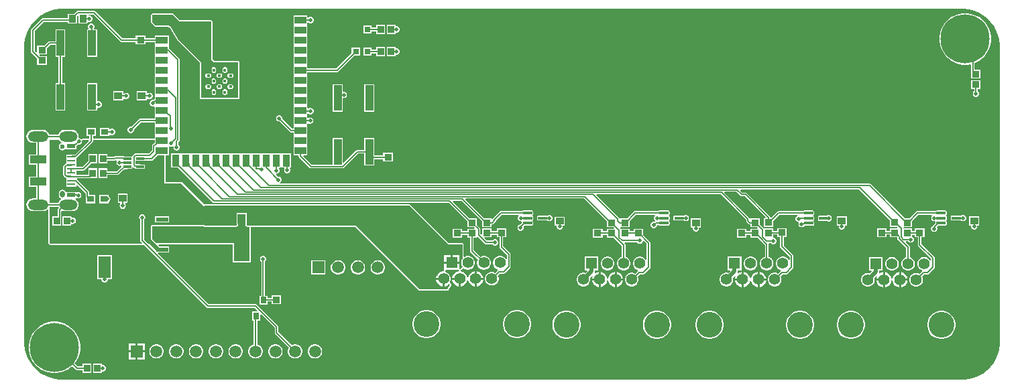
<source format=gtl>
G04*
G04 #@! TF.GenerationSoftware,Altium Limited,Altium Designer,22.11.1 (43)*
G04*
G04 Layer_Physical_Order=1*
G04 Layer_Color=255*
%FSLAX25Y25*%
%MOIN*%
G70*
G04*
G04 #@! TF.SameCoordinates,3125327F-633B-4DE6-8F98-D116A0B0FB6F*
G04*
G04*
G04 #@! TF.FilePolarity,Positive*
G04*
G01*
G75*
%ADD15C,0.00600*%
%ADD23R,0.06299X0.11024*%
%ADD24R,0.03543X0.03543*%
%ADD25R,0.05906X0.03543*%
%ADD26R,0.03543X0.05906*%
%ADD27R,0.03740X0.03347*%
G04:AMPARAMS|DCode=28|XSize=46.85mil|YSize=15.75mil|CornerRadius=3.94mil|HoleSize=0mil|Usage=FLASHONLY|Rotation=180.000|XOffset=0mil|YOffset=0mil|HoleType=Round|Shape=RoundedRectangle|*
%AMROUNDEDRECTD28*
21,1,0.04685,0.00787,0,0,180.0*
21,1,0.03898,0.01575,0,0,180.0*
1,1,0.00787,-0.01949,0.00394*
1,1,0.00787,0.01949,0.00394*
1,1,0.00787,0.01949,-0.00394*
1,1,0.00787,-0.01949,-0.00394*
%
%ADD28ROUNDEDRECTD28*%
%ADD29R,0.03937X0.03543*%
%ADD30R,0.03347X0.03740*%
%ADD31R,0.03150X0.03150*%
%ADD32R,0.03937X0.04724*%
%ADD33R,0.06000X0.02000*%
%ADD34R,0.06000X0.07000*%
%ADD35R,0.03937X0.12598*%
%ADD36R,0.03543X0.03150*%
%ADD37R,0.03150X0.03543*%
%ADD38R,0.07874X0.03937*%
%ADD39R,0.03937X0.01063*%
%ADD40R,0.03937X0.02047*%
%ADD41R,0.03898X0.01181*%
%ADD42R,0.03543X0.03937*%
G04:AMPARAMS|DCode=60|XSize=33.47mil|YSize=23.62mil|CornerRadius=11.81mil|HoleSize=0mil|Usage=FLASHONLY|Rotation=270.000|XOffset=0mil|YOffset=0mil|HoleType=Round|Shape=RoundedRectangle|*
%AMROUNDEDRECTD60*
21,1,0.03347,0.00000,0,0,270.0*
21,1,0.00984,0.02362,0,0,270.0*
1,1,0.02362,0.00000,-0.00492*
1,1,0.02362,0.00000,0.00492*
1,1,0.02362,0.00000,0.00492*
1,1,0.02362,0.00000,-0.00492*
%
%ADD60ROUNDEDRECTD60*%
%ADD61C,0.02362*%
G04:AMPARAMS|DCode=62|XSize=51.18mil|YSize=102.36mil|CornerRadius=25.59mil|HoleSize=0mil|Usage=FLASHONLY|Rotation=270.000|XOffset=0mil|YOffset=0mil|HoleType=Round|Shape=RoundedRectangle|*
%AMROUNDEDRECTD62*
21,1,0.05118,0.05118,0,0,270.0*
21,1,0.00000,0.10236,0,0,270.0*
1,1,0.05118,-0.02559,0.00000*
1,1,0.05118,-0.02559,0.00000*
1,1,0.05118,0.02559,0.00000*
1,1,0.05118,0.02559,0.00000*
%
%ADD62ROUNDEDRECTD62*%
G04:AMPARAMS|DCode=63|XSize=51.18mil|YSize=90.55mil|CornerRadius=25.59mil|HoleSize=0mil|Usage=FLASHONLY|Rotation=270.000|XOffset=0mil|YOffset=0mil|HoleType=Round|Shape=RoundedRectangle|*
%AMROUNDEDRECTD63*
21,1,0.05118,0.03937,0,0,270.0*
21,1,0.00000,0.09055,0,0,270.0*
1,1,0.05118,-0.01968,0.00000*
1,1,0.05118,-0.01968,0.00000*
1,1,0.05118,0.01968,0.00000*
1,1,0.05118,0.01968,0.00000*
%
%ADD63ROUNDEDRECTD63*%
%ADD64C,0.01968*%
%ADD65C,0.01181*%
%ADD66R,0.05504X0.05504*%
%ADD67C,0.05504*%
%ADD68C,0.12795*%
%ADD69C,0.01575*%
%ADD70C,0.24410*%
%ADD71C,0.05937*%
%ADD72R,0.05937X0.05937*%
%ADD73C,0.01968*%
G36*
X470507Y392575D02*
X472897Y391934D01*
X475184Y390987D01*
X477328Y389750D01*
X479292Y388243D01*
X481042Y386492D01*
X482549Y384529D01*
X483786Y382385D01*
X484733Y380098D01*
X485374Y377707D01*
X485697Y375253D01*
Y374016D01*
Y227185D01*
Y225947D01*
X485374Y223493D01*
X484733Y221102D01*
X483786Y218816D01*
X482549Y216672D01*
X481042Y214708D01*
X479292Y212958D01*
X477328Y211451D01*
X475184Y210214D01*
X472897Y209266D01*
X470507Y208626D01*
X468053Y208303D01*
X18447D01*
X15993Y208626D01*
X13602Y209266D01*
X11316Y210214D01*
X9172Y211451D01*
X7208Y212958D01*
X5458Y214708D01*
X3951Y216672D01*
X2714Y218816D01*
X1767Y221102D01*
X1126Y223493D01*
X803Y225947D01*
Y227185D01*
Y374016D01*
Y375253D01*
X1126Y377707D01*
X1767Y380098D01*
X2714Y382385D01*
X3951Y384529D01*
X5458Y386492D01*
X7208Y388243D01*
X9172Y389750D01*
X11316Y390987D01*
X13602Y391934D01*
X15993Y392575D01*
X18447Y392898D01*
X468053D01*
X470507Y392575D01*
D02*
G37*
%LPC*%
G36*
X141508Y389651D02*
X134602D01*
Y385151D01*
X134602Y385107D01*
Y384651D01*
X134602Y384607D01*
Y380151D01*
X134602Y380107D01*
Y379651D01*
X134602Y379607D01*
Y375151D01*
X134602Y375107D01*
Y374651D01*
X134602Y374607D01*
Y370151D01*
X134602Y370107D01*
Y369651D01*
X134602Y369607D01*
Y365151D01*
X134602Y365107D01*
Y364651D01*
X134602Y364607D01*
Y360151D01*
X134602Y360107D01*
Y359651D01*
X134602Y359607D01*
Y355151D01*
X134602Y355107D01*
Y354651D01*
X134602Y354607D01*
Y350151D01*
X134602Y350107D01*
Y349651D01*
X134602Y349607D01*
Y345151D01*
X134602Y345107D01*
Y344651D01*
X134602Y344607D01*
Y340151D01*
X134602Y340107D01*
Y339651D01*
X134602Y339607D01*
Y335151D01*
X134602Y335107D01*
Y334651D01*
X134602Y334607D01*
Y333297D01*
X133890D01*
X129020Y338167D01*
Y338767D01*
X128779Y339349D01*
X128333Y339794D01*
X127752Y340035D01*
X127122D01*
X126541Y339794D01*
X126095Y339349D01*
X125854Y338767D01*
Y338137D01*
X126095Y337556D01*
X126541Y337110D01*
X127122Y336869D01*
X127722D01*
X132861Y331730D01*
X133159Y331531D01*
X133510Y331461D01*
X134602D01*
Y330151D01*
X134602Y330107D01*
Y329651D01*
X134602Y329607D01*
Y325151D01*
X134602Y325107D01*
Y324651D01*
X134602Y324607D01*
Y320107D01*
X137138D01*
Y319707D01*
X137207Y319356D01*
X137406Y319058D01*
X142648Y313817D01*
X142946Y313618D01*
X143297Y313548D01*
X158939D01*
X159290Y313618D01*
X159588Y313817D01*
X166706Y320935D01*
X169800D01*
Y315053D01*
X174737D01*
Y318115D01*
X179161D01*
Y316859D01*
X183901D01*
Y321206D01*
X179161D01*
Y319950D01*
X174737D01*
Y328651D01*
X169800D01*
Y322770D01*
X166326D01*
X165975Y322700D01*
X165677Y322501D01*
X159451Y316275D01*
X158989Y316466D01*
Y328651D01*
X154052D01*
Y315383D01*
X143677D01*
X139453Y319607D01*
X139660Y320107D01*
X141508D01*
Y324607D01*
X141508Y324651D01*
Y325107D01*
X141508Y325151D01*
Y329607D01*
X141508Y329651D01*
Y330107D01*
X141508Y330151D01*
Y334607D01*
X141508Y334651D01*
Y335107D01*
X141508Y335151D01*
Y335601D01*
X141750Y335745D01*
X142008Y335841D01*
X142533Y335624D01*
X143163D01*
X143744Y335865D01*
X144190Y336310D01*
X144430Y336892D01*
Y337521D01*
X144190Y338103D01*
X143744Y338548D01*
X143163Y338789D01*
X142533D01*
X142008Y338572D01*
X141750Y338668D01*
X141508Y338812D01*
Y339607D01*
X141508Y339651D01*
Y340107D01*
X141508Y340151D01*
Y340586D01*
X142008Y340794D01*
X142049Y340752D01*
X142631Y340511D01*
X143261D01*
X143842Y340752D01*
X144288Y341197D01*
X144528Y341779D01*
Y342409D01*
X144288Y342990D01*
X143842Y343436D01*
X143261Y343677D01*
X142631D01*
X142049Y343436D01*
X142008Y343394D01*
X141508Y343601D01*
Y344607D01*
X141508Y344651D01*
Y345107D01*
X141508Y345151D01*
Y349607D01*
X141508Y349651D01*
Y350107D01*
X141508Y350151D01*
Y354607D01*
X141508Y354651D01*
Y355107D01*
X141508Y355151D01*
Y359607D01*
X141508Y359651D01*
Y360107D01*
X141508Y360151D01*
Y361461D01*
X156241D01*
X156592Y361531D01*
X156890Y361730D01*
X164746Y369587D01*
X167598D01*
Y373736D01*
X163449D01*
Y370884D01*
X155861Y363297D01*
X141508D01*
Y364607D01*
X141508Y364651D01*
Y365107D01*
X141508Y365151D01*
Y369607D01*
X141508Y369651D01*
Y370107D01*
X141508Y370151D01*
Y374607D01*
X141508Y374651D01*
Y375107D01*
X141508Y375151D01*
Y379607D01*
X141508Y379651D01*
Y380107D01*
X141508Y380151D01*
Y384607D01*
X141508Y384651D01*
Y385107D01*
X141508Y385151D01*
Y385926D01*
X142008Y386133D01*
X142104Y386037D01*
X142685Y385796D01*
X143315D01*
X143896Y386037D01*
X144342Y386483D01*
X144583Y387064D01*
Y387694D01*
X144342Y388276D01*
X143896Y388721D01*
X143315Y388962D01*
X142685D01*
X142104Y388721D01*
X142008Y388625D01*
X141508Y388832D01*
Y389651D01*
D02*
G37*
G36*
X180114Y385107D02*
X175768D01*
Y383655D01*
X173504D01*
Y384812D01*
X169354D01*
Y380662D01*
X173504D01*
Y381820D01*
X175768D01*
Y380367D01*
X180114D01*
Y385107D01*
D02*
G37*
G36*
X185232D02*
X180886D01*
Y380367D01*
X185232D01*
Y380976D01*
X185500Y381154D01*
X186130D01*
X186712Y381395D01*
X187157Y381841D01*
X187398Y382422D01*
Y383052D01*
X187157Y383634D01*
X186712Y384079D01*
X186130Y384320D01*
X185500D01*
X185232Y384499D01*
Y385107D01*
D02*
G37*
G36*
X180114Y374032D02*
X175768D01*
Y372579D01*
X173504D01*
Y373736D01*
X169354D01*
Y369587D01*
X173504D01*
Y370744D01*
X175768D01*
Y369291D01*
X180114D01*
Y374032D01*
D02*
G37*
G36*
X185232D02*
X180886D01*
Y369291D01*
X185232D01*
Y369900D01*
X185500Y370079D01*
X186130D01*
X186712Y370320D01*
X187157Y370765D01*
X187398Y371347D01*
Y371976D01*
X187157Y372558D01*
X186712Y373003D01*
X186130Y373244D01*
X185500D01*
X185232Y373423D01*
Y374032D01*
D02*
G37*
G36*
X34295Y385673D02*
X33666D01*
X33084Y385432D01*
X32639Y384987D01*
X32398Y384405D01*
Y383775D01*
X32639Y383194D01*
X32650Y383182D01*
X32443Y382682D01*
X31931D01*
Y369084D01*
X36868D01*
Y382682D01*
X35317D01*
Y383189D01*
X35322Y383194D01*
X35563Y383775D01*
Y384405D01*
X35322Y384987D01*
X34877Y385432D01*
X34295Y385673D01*
D02*
G37*
G36*
X469512Y390757D02*
X467496D01*
X465506Y390442D01*
X463589Y389819D01*
X461793Y388904D01*
X460162Y387720D01*
X458737Y386295D01*
X457552Y384664D01*
X456637Y382868D01*
X456014Y380951D01*
X455699Y378960D01*
Y376945D01*
X456014Y374954D01*
X456637Y373038D01*
X457552Y371242D01*
X458737Y369611D01*
X460162Y368186D01*
X461793Y367001D01*
X463589Y366086D01*
X465506Y365463D01*
X467496Y365148D01*
X469512D01*
X470926Y365372D01*
X471306Y365047D01*
Y361798D01*
X471376Y361447D01*
X471424Y361375D01*
Y358252D01*
X476164D01*
Y362598D01*
X473142D01*
Y365996D01*
X473419Y366086D01*
X475215Y367001D01*
X476846Y368186D01*
X478271Y369611D01*
X479456Y371242D01*
X480371Y373038D01*
X480993Y374954D01*
X481309Y376945D01*
Y378960D01*
X480993Y380951D01*
X480371Y382868D01*
X479456Y384664D01*
X478271Y386295D01*
X476846Y387720D01*
X475215Y388904D01*
X473419Y389819D01*
X471502Y390442D01*
X469512Y390757D01*
D02*
G37*
G36*
X476164Y357480D02*
X471424D01*
Y353133D01*
X472877D01*
Y351984D01*
X472452Y351560D01*
X472211Y350978D01*
Y350348D01*
X472452Y349767D01*
X472898Y349322D01*
X473479Y349081D01*
X474109D01*
X474691Y349322D01*
X475136Y349767D01*
X475377Y350348D01*
Y350978D01*
X475136Y351560D01*
X474712Y351984D01*
Y353133D01*
X476164D01*
Y357480D01*
D02*
G37*
G36*
X61638Y351873D02*
X56701D01*
Y347330D01*
X61638D01*
Y348101D01*
X62138Y348309D01*
X62186Y348260D01*
X62768Y348019D01*
X63398D01*
X63979Y348260D01*
X64425Y348705D01*
X64666Y349287D01*
Y349917D01*
X64425Y350498D01*
X63979Y350943D01*
X63398Y351185D01*
X62768D01*
X62186Y350943D01*
X62138Y350895D01*
X61638Y351102D01*
Y351873D01*
D02*
G37*
G36*
X49930D02*
X44993D01*
Y347330D01*
X49930D01*
Y348148D01*
X50430Y348355D01*
X50525Y348260D01*
X51107Y348019D01*
X51737D01*
X52318Y348260D01*
X52763Y348705D01*
X53004Y349287D01*
Y349917D01*
X52763Y350498D01*
X52318Y350943D01*
X51737Y351185D01*
X51107D01*
X50525Y350943D01*
X50430Y350848D01*
X49930Y351055D01*
Y351873D01*
D02*
G37*
G36*
X74591Y390544D02*
X64395D01*
X63936Y390354D01*
X63746Y389895D01*
Y386417D01*
X63936Y385958D01*
X65702Y384191D01*
X66161Y384001D01*
X72128D01*
X72151Y383946D01*
X72610Y383755D01*
X72974D01*
X76521Y377799D01*
X76587Y377749D01*
X76619Y377672D01*
X87999Y366292D01*
X87927Y366116D01*
Y348525D01*
X88117Y348065D01*
X88576Y347875D01*
X107125D01*
X107584Y348065D01*
X107774Y348525D01*
Y366375D01*
X107584Y366834D01*
X107125Y367024D01*
X95214D01*
X94226Y368012D01*
Y386647D01*
X94036Y387106D01*
X93576Y387297D01*
X78108D01*
X75050Y390354D01*
X74591Y390544D01*
D02*
G37*
G36*
X36868Y355910D02*
X31931D01*
Y342312D01*
X36868D01*
Y343512D01*
X37284Y343789D01*
X37349Y343763D01*
X37978D01*
X38560Y344004D01*
X39005Y344449D01*
X39246Y345030D01*
Y345660D01*
X39005Y346242D01*
X38560Y346687D01*
X37978Y346928D01*
X37349D01*
X37284Y346901D01*
X36868Y347179D01*
Y355910D01*
D02*
G37*
G36*
X174737Y355423D02*
X169800D01*
Y341825D01*
X174737D01*
Y355423D01*
D02*
G37*
G36*
X158989D02*
X154052D01*
Y341825D01*
X158989D01*
Y348357D01*
X159240Y348525D01*
X159870D01*
X160451Y348766D01*
X160897Y349211D01*
X161138Y349793D01*
Y350422D01*
X160897Y351004D01*
X160451Y351449D01*
X159870Y351690D01*
X159240D01*
X158989Y351858D01*
Y355423D01*
D02*
G37*
G36*
X42945Y333773D02*
X38402D01*
Y329623D01*
X42945D01*
Y330179D01*
X43445Y330386D01*
X43475Y330356D01*
X44056Y330115D01*
X44686D01*
X45268Y330356D01*
X45713Y330802D01*
X45954Y331383D01*
Y332013D01*
X45713Y332595D01*
X45268Y333040D01*
X44686Y333281D01*
X44056D01*
X43475Y333040D01*
X43445Y333010D01*
X42945Y333217D01*
Y333773D01*
D02*
G37*
G36*
X35477Y391998D02*
X27450D01*
X27099Y391928D01*
X26801Y391729D01*
X25565Y390493D01*
X22319D01*
Y388297D01*
X10117D01*
X9765Y388227D01*
X9468Y388028D01*
X4355Y382915D01*
X4156Y382617D01*
X4086Y382266D01*
Y371591D01*
X4156Y371240D01*
X4355Y370942D01*
X7161Y368136D01*
Y365088D01*
X11902D01*
Y369434D01*
X8493D01*
X8237Y369749D01*
X8435Y370206D01*
X11902D01*
Y373254D01*
X13612Y374965D01*
X16183D01*
Y369084D01*
X17734D01*
Y355910D01*
X16183D01*
Y342312D01*
X21120D01*
Y355910D01*
X19569D01*
Y369084D01*
X21120D01*
Y382682D01*
X16183D01*
Y376801D01*
X13232D01*
X12881Y376731D01*
X12583Y376532D01*
X10604Y374552D01*
X7161D01*
Y371385D01*
X6699Y371194D01*
X5922Y371972D01*
Y381886D01*
X10497Y386461D01*
X22319D01*
Y385556D01*
X26862D01*
Y389162D01*
X27177Y389417D01*
X27634Y389219D01*
Y385556D01*
X32177D01*
Y386178D01*
X32593Y386455D01*
X32685Y386417D01*
X33315D01*
X33896Y386658D01*
X34342Y387104D01*
X34583Y387685D01*
Y388315D01*
X34342Y388896D01*
X33896Y389342D01*
X33315Y389583D01*
X32914D01*
X32552Y389983D01*
X32532Y390045D01*
X32568Y390163D01*
X35097D01*
X48529Y376730D01*
X48827Y376531D01*
X49178Y376461D01*
X56171D01*
Y375206D01*
X60912D01*
Y376461D01*
X65705D01*
Y375151D01*
X65705Y375107D01*
Y374651D01*
X65705Y374607D01*
Y370151D01*
X65705Y370107D01*
Y369651D01*
X65705Y369607D01*
Y365151D01*
X65705Y365107D01*
Y364651D01*
X65705Y364607D01*
Y360151D01*
X65705Y360107D01*
Y359651D01*
X65705Y359607D01*
Y355151D01*
X65705Y355107D01*
Y354651D01*
X65705Y354607D01*
Y350151D01*
X65705Y350107D01*
Y349651D01*
X65705Y349607D01*
Y348172D01*
X65488Y348028D01*
X64995Y347535D01*
X64395D01*
X63814Y347294D01*
X63368Y346849D01*
X63127Y346267D01*
Y345637D01*
X63368Y345056D01*
X63814Y344610D01*
X64395Y344369D01*
X65025D01*
X65205Y344444D01*
X65705Y344110D01*
Y340151D01*
X65705Y340107D01*
X65705D01*
Y339651D01*
X65705D01*
Y338297D01*
X58364D01*
X58013Y338227D01*
X57715Y338028D01*
X54022Y334335D01*
X53422D01*
X52841Y334094D01*
X52395Y333648D01*
X52154Y333067D01*
Y332437D01*
X52395Y331856D01*
X52841Y331410D01*
X53422Y331169D01*
X54052D01*
X54633Y331410D01*
X55079Y331856D01*
X55320Y332437D01*
Y333037D01*
X58744Y336461D01*
X65705D01*
Y335107D01*
X65705D01*
Y334651D01*
X65705D01*
Y330107D01*
X65705D01*
Y329651D01*
X65705D01*
Y328259D01*
X34898D01*
Y329623D01*
X36252D01*
Y333773D01*
X31709D01*
Y329623D01*
X33063D01*
Y328598D01*
X32818Y328360D01*
X32563Y328251D01*
X32544Y328259D01*
X29819D01*
X29783Y328244D01*
X29746Y328255D01*
X29558Y328151D01*
X29360Y328069D01*
X28883Y328079D01*
X28751Y328211D01*
X28170Y328452D01*
X28104D01*
X27712Y328952D01*
X27777Y329445D01*
X27668Y330270D01*
X27350Y331038D01*
X26844Y331698D01*
X26184Y332204D01*
X25415Y332523D01*
X24590Y332631D01*
X20653D01*
X19829Y332523D01*
X19060Y332204D01*
X18400Y331698D01*
X17894Y331038D01*
X17614Y330363D01*
X13161D01*
X12881Y331038D01*
X12375Y331698D01*
X11715Y332204D01*
X10947Y332523D01*
X10122Y332631D01*
X5004D01*
X4179Y332523D01*
X3411Y332204D01*
X2751Y331698D01*
X2245Y331038D01*
X1926Y330270D01*
X1818Y329445D01*
X1926Y328620D01*
X2245Y327852D01*
X2751Y327192D01*
X3411Y326686D01*
X4179Y326367D01*
X5004Y326259D01*
X6645D01*
Y320417D01*
X3126D01*
Y315480D01*
X6645D01*
Y309394D01*
X3126D01*
Y304457D01*
X6645D01*
Y298616D01*
X5004D01*
X4179Y298507D01*
X3411Y298189D01*
X2751Y297682D01*
X2245Y297022D01*
X1926Y296254D01*
X1818Y295429D01*
X1926Y294604D01*
X2245Y293836D01*
X2751Y293176D01*
X3411Y292670D01*
X4179Y292351D01*
X5004Y292243D01*
X10122D01*
X10947Y292351D01*
X11715Y292670D01*
X12340Y293149D01*
X12590Y293103D01*
X12840Y293018D01*
X12840Y276084D01*
X12934Y275856D01*
X13028Y275627D01*
X13030Y275626D01*
X13030Y275625D01*
X13259Y275530D01*
X13487Y275435D01*
X37024Y275342D01*
Y275337D01*
X38278D01*
X59024Y275254D01*
X59144Y275303D01*
X59274Y275303D01*
X59365Y275394D01*
X59484Y275443D01*
X59996Y275588D01*
X91237Y244347D01*
X91534Y244148D01*
X91886Y244079D01*
X115463D01*
X116827Y242715D01*
X116635Y242253D01*
X113899D01*
Y237710D01*
X114760D01*
Y225889D01*
X114300Y225765D01*
X113487Y225296D01*
X112822Y224631D01*
X112353Y223818D01*
X112109Y222910D01*
Y221970D01*
X112353Y221063D01*
X112822Y220249D01*
X113487Y219585D01*
X114300Y219115D01*
X115208Y218872D01*
X116148D01*
X117055Y219115D01*
X117869Y219585D01*
X118533Y220249D01*
X119003Y221063D01*
X119246Y221970D01*
Y222910D01*
X119003Y223818D01*
X118533Y224631D01*
X117869Y225296D01*
X117055Y225765D01*
X116595Y225889D01*
Y237710D01*
X118049D01*
Y240840D01*
X118510Y241031D01*
X125253Y234289D01*
Y231633D01*
X125322Y231281D01*
X125522Y230984D01*
X132275Y224230D01*
X132037Y223818D01*
X131794Y222910D01*
Y221970D01*
X132037Y221063D01*
X132507Y220249D01*
X133172Y219585D01*
X133985Y219115D01*
X134893Y218872D01*
X135833D01*
X136740Y219115D01*
X137554Y219585D01*
X138218Y220249D01*
X138688Y221063D01*
X138931Y221970D01*
Y222910D01*
X138688Y223818D01*
X138218Y224631D01*
X137554Y225296D01*
X136740Y225765D01*
X135833Y226009D01*
X134893D01*
X133985Y225765D01*
X133573Y225528D01*
X127088Y232013D01*
Y234669D01*
X127018Y235020D01*
X126819Y235318D01*
X116492Y245645D01*
X116194Y245844D01*
X115843Y245914D01*
X92265D01*
X67133Y271047D01*
X67218Y271332D01*
X67358Y271528D01*
X69276D01*
X69856Y271643D01*
X72776D01*
Y274643D01*
X69856D01*
X69276Y274759D01*
X67945D01*
X67412Y275292D01*
X67603Y275754D01*
X104249D01*
Y267201D01*
X104439Y266742D01*
X104899Y266551D01*
X112740D01*
X112906Y266620D01*
X113083Y266649D01*
X113128Y266712D01*
X113199Y266742D01*
X113268Y266907D01*
X113373Y267053D01*
X113455Y267405D01*
X113442Y267481D01*
X113472Y267552D01*
Y268308D01*
Y284456D01*
X165313D01*
X197020Y252749D01*
X197480Y252559D01*
X211097D01*
X211191Y252598D01*
X211293Y252590D01*
X211412Y252690D01*
X211556Y252749D01*
X211595Y252844D01*
X211673Y252910D01*
X212989Y255450D01*
X213006Y255652D01*
X213054Y255848D01*
X213027Y255893D01*
X213032Y255945D01*
X212901Y256100D01*
X212796Y256273D01*
X212388Y256572D01*
X212240Y257044D01*
X212250Y257137D01*
X212312Y257245D01*
X212541Y258097D01*
Y258980D01*
X212312Y259832D01*
X211871Y260596D01*
X211247Y261221D01*
X210483Y261662D01*
X210367Y261693D01*
X210264Y261785D01*
X210072Y262253D01*
X210101Y262741D01*
X210231Y262980D01*
X210367Y263179D01*
X216468D01*
X216497Y263108D01*
X216617Y263059D01*
X216708Y262968D01*
X217170Y262776D01*
X217136Y262290D01*
X216687D01*
X215733Y262035D01*
X214877Y261541D01*
X214178Y260842D01*
X213685Y259987D01*
X213431Y259038D01*
X217181D01*
Y258538D01*
X217681D01*
Y254788D01*
X218629Y255042D01*
X219485Y255536D01*
X220183Y256235D01*
X220677Y257090D01*
X220933Y258044D01*
X221421D01*
X221677Y257090D01*
X222171Y256235D01*
X222869Y255536D01*
X223725Y255042D01*
X224673Y254788D01*
Y258538D01*
Y262289D01*
X223725Y262035D01*
X222869Y261541D01*
X222171Y260842D01*
X221677Y259987D01*
X221421Y259032D01*
X220933D01*
X220677Y259987D01*
X220183Y260842D01*
X219485Y261541D01*
X218629Y262035D01*
X217675Y262290D01*
X217679Y262789D01*
X217758Y262868D01*
X217878Y262917D01*
X218974Y264013D01*
X219139Y263848D01*
X219903Y263407D01*
X220755Y263179D01*
X221638D01*
X222490Y263407D01*
X223255Y263848D01*
X223879Y264472D01*
X224320Y265237D01*
X224549Y266089D01*
Y266972D01*
X224320Y267824D01*
X223879Y268589D01*
X223255Y269213D01*
X222490Y269654D01*
X221638Y269882D01*
X220755D01*
X219903Y269654D01*
X219597Y269478D01*
X219164Y269727D01*
Y275625D01*
X218974Y276084D01*
X218514Y276274D01*
X211823D01*
X192698Y295400D01*
X192239Y295590D01*
X90383D01*
X90212Y295519D01*
X79107Y306624D01*
X78648Y306815D01*
X70996Y306815D01*
Y320107D01*
X72610D01*
Y324251D01*
X73110Y324553D01*
X73438Y324417D01*
X74068D01*
X74491Y324593D01*
X74752Y324423D01*
X74910Y324279D01*
X74917Y324269D01*
Y323685D01*
X75158Y323103D01*
X75603Y322658D01*
X76185Y322417D01*
X76815D01*
X77397Y322658D01*
X77842Y323103D01*
X78083Y323685D01*
Y324315D01*
X77842Y324897D01*
X77418Y325321D01*
Y326812D01*
X77728Y327121D01*
X77926Y327419D01*
X77996Y327770D01*
Y367737D01*
X77926Y368089D01*
X77728Y368386D01*
X73086Y373028D01*
X72788Y373227D01*
X72610Y373262D01*
Y374607D01*
X72610Y374651D01*
Y375107D01*
X72610Y375151D01*
Y379651D01*
X65705D01*
Y378297D01*
X60912D01*
Y379552D01*
X56171D01*
Y378297D01*
X49558D01*
X36125Y391729D01*
X35828Y391928D01*
X35477Y391998D01*
D02*
G37*
G36*
X108378Y320911D02*
Y320911D01*
X108335Y320911D01*
X103835D01*
X103835Y320911D01*
X103378D01*
Y320911D01*
X103335Y320911D01*
X98835D01*
X98835Y320911D01*
X98378D01*
Y320911D01*
X98335Y320911D01*
X93835D01*
X93835Y320911D01*
X93378D01*
Y320911D01*
X93335Y320911D01*
X88835D01*
X88835Y320911D01*
X88378D01*
Y320911D01*
X88335Y320911D01*
X83835D01*
X83835Y320911D01*
X83378D01*
Y320911D01*
X83335Y320911D01*
X78835D01*
X78835Y320911D01*
X78378D01*
Y320911D01*
X78335Y320911D01*
X73835D01*
Y314005D01*
X77080D01*
X77435Y313650D01*
X77599Y313406D01*
X94363Y296641D01*
X94661Y296442D01*
X95012Y296372D01*
X211754D01*
X220856Y287269D01*
Y284221D01*
X224265D01*
X224521Y283906D01*
X224323Y283449D01*
X220856D01*
Y282193D01*
X218257D01*
Y283449D01*
X213517D01*
Y279102D01*
X218257D01*
Y280358D01*
X220856D01*
Y279102D01*
X222309D01*
Y272493D01*
X222379Y272141D01*
X222578Y271844D01*
X226260Y268162D01*
X226065Y267824D01*
X225837Y266972D01*
Y266089D01*
X226065Y265237D01*
X226507Y264472D01*
X227131Y263848D01*
X227895Y263407D01*
X228748Y263179D01*
X229630D01*
X230483Y263407D01*
X231247Y263848D01*
X231871Y264472D01*
X232312Y265237D01*
X232541Y266089D01*
Y266972D01*
X232312Y267824D01*
X231871Y268589D01*
X231247Y269213D01*
X230483Y269654D01*
X229630Y269882D01*
X228748D01*
X227895Y269654D01*
X227558Y269459D01*
X224144Y272873D01*
Y279102D01*
X225597D01*
Y279273D01*
X226097Y279480D01*
X229616Y275960D01*
X229914Y275761D01*
X230265Y275692D01*
X233475D01*
X233899Y275267D01*
X234481Y275026D01*
X235111D01*
X235693Y275267D01*
X236138Y275713D01*
X236379Y276294D01*
Y276924D01*
X236138Y277506D01*
X235693Y277951D01*
X235111Y278192D01*
X234481D01*
X233899Y277951D01*
X233475Y277527D01*
X230645D01*
X229418Y278755D01*
X229609Y279217D01*
X232936D01*
Y280472D01*
X235536D01*
Y279236D01*
X236988D01*
Y274195D01*
X237058Y273844D01*
X237257Y273547D01*
X240614Y270189D01*
Y268287D01*
X240114Y268153D01*
X239863Y268589D01*
X239239Y269213D01*
X238475Y269654D01*
X237622Y269882D01*
X236739D01*
X235887Y269654D01*
X235123Y269213D01*
X234499Y268589D01*
X234057Y267824D01*
X233829Y266972D01*
Y266089D01*
X234057Y265237D01*
X234499Y264472D01*
X235123Y263848D01*
X235887Y263407D01*
X236083Y263354D01*
X236172Y262813D01*
X236080Y262751D01*
X234796Y261467D01*
X234459Y261662D01*
X233606Y261890D01*
X232724D01*
X231871Y261662D01*
X231107Y261221D01*
X230483Y260596D01*
X230042Y259832D01*
X229813Y258980D01*
Y258097D01*
X230042Y257245D01*
X230483Y256480D01*
X231107Y255856D01*
X231871Y255415D01*
X232724Y255186D01*
X233606D01*
X234459Y255415D01*
X235223Y255856D01*
X235847Y256480D01*
X236288Y257245D01*
X236517Y258097D01*
Y258980D01*
X236288Y259832D01*
X236094Y260170D01*
X237109Y261185D01*
X238906D01*
X239257Y261255D01*
X239369Y261330D01*
X239555Y261454D01*
X242181Y264079D01*
X242380Y264377D01*
X242380Y264377D01*
X242450Y264728D01*
Y270569D01*
X242380Y270920D01*
X242181Y271218D01*
X238823Y274575D01*
Y279236D01*
X240276D01*
Y283583D01*
X235536D01*
Y282307D01*
X232936D01*
Y283563D01*
X228196D01*
Y280780D01*
X227720Y280571D01*
X227439Y280797D01*
Y283296D01*
X227369Y283647D01*
X227170Y283945D01*
X225597Y285518D01*
Y288567D01*
X222154D01*
X213711Y297010D01*
X213902Y297472D01*
X218107D01*
X228196Y287384D01*
Y284335D01*
X232936D01*
Y285590D01*
X233336D01*
X233511Y285625D01*
X233687Y285660D01*
X233687Y285660D01*
X233687Y285660D01*
X233823Y285751D01*
X233985Y285859D01*
X235110Y286984D01*
X235110Y286984D01*
X235110Y286984D01*
X235169Y287072D01*
X235309Y287281D01*
X235309Y287281D01*
X235309Y287281D01*
X235341Y287446D01*
X235378Y287632D01*
X235378Y287632D01*
X235378Y287633D01*
Y287784D01*
X238068Y290473D01*
X246231D01*
X246438Y289973D01*
X246194Y289728D01*
X245953Y289147D01*
Y288517D01*
X246194Y287935D01*
X246639Y287490D01*
X247220Y287249D01*
X247667D01*
X247715Y287222D01*
X248000Y286897D01*
X248046Y286789D01*
X248022Y286666D01*
Y286266D01*
X247311Y285555D01*
X247167D01*
X246585Y285314D01*
X246140Y284869D01*
X245899Y284287D01*
Y283658D01*
X246140Y283076D01*
X246585Y282631D01*
X247167Y282390D01*
X247797D01*
X248378Y282631D01*
X248823Y283076D01*
X249064Y283658D01*
Y284287D01*
X248940Y284588D01*
X249320Y284968D01*
X252831D01*
X253179Y285037D01*
X253475Y285235D01*
X253673Y285530D01*
X253742Y285879D01*
Y286666D01*
X253673Y287015D01*
X253475Y287311D01*
Y287794D01*
X253673Y288089D01*
X253742Y288438D01*
Y289226D01*
X253673Y289574D01*
X253475Y289870D01*
Y290353D01*
X253673Y290648D01*
X253742Y290997D01*
Y291785D01*
X253673Y292133D01*
X253475Y292429D01*
X253179Y292626D01*
X252831Y292696D01*
X248933D01*
X248584Y292626D01*
X248289Y292429D01*
X248208Y292308D01*
X237688D01*
X237337Y292238D01*
X237039Y292040D01*
X233812Y288812D01*
X233613Y288515D01*
X233587Y288384D01*
X233436Y288281D01*
X232941Y288542D01*
X232936Y288551D01*
Y288681D01*
X229494D01*
X220065Y298110D01*
X220256Y298572D01*
X278902D01*
X290205Y287269D01*
Y284220D01*
X293614D01*
X293869Y283906D01*
X293671Y283449D01*
X290205D01*
Y282193D01*
X288203D01*
Y283449D01*
X283463D01*
Y279102D01*
X288203D01*
Y280358D01*
X290205D01*
Y279102D01*
X293647D01*
X294427Y278322D01*
X294611Y278047D01*
X297780Y274879D01*
Y269416D01*
X297403Y269315D01*
X296639Y268874D01*
X296015Y268250D01*
X295574Y267485D01*
X295345Y266633D01*
Y265750D01*
X295574Y264898D01*
X296015Y264133D01*
X296639Y263509D01*
X297403Y263068D01*
X298256Y262840D01*
X299138D01*
X299991Y263068D01*
X300755Y263509D01*
X301379Y264133D01*
X301821Y264898D01*
X302049Y265750D01*
Y266633D01*
X301821Y267485D01*
X301379Y268250D01*
X300755Y268874D01*
X299991Y269315D01*
X299615Y269416D01*
Y275259D01*
X299545Y275610D01*
X299346Y275908D01*
X299111Y276142D01*
X299303Y276604D01*
X305459D01*
X305883Y276180D01*
X306465Y275939D01*
X307094D01*
X307676Y276180D01*
X308121Y276625D01*
X308362Y277207D01*
X308862Y277372D01*
X310123Y276112D01*
Y267948D01*
X309623Y267814D01*
X309371Y268250D01*
X308747Y268874D01*
X307983Y269315D01*
X307131Y269544D01*
X306248D01*
X305395Y269315D01*
X304631Y268874D01*
X304007Y268250D01*
X303566Y267485D01*
X303337Y266633D01*
Y265750D01*
X303566Y264898D01*
X304007Y264133D01*
X304631Y263509D01*
X305395Y263068D01*
X305591Y263016D01*
X305681Y262474D01*
X305589Y262412D01*
X304305Y261128D01*
X303967Y261323D01*
X303115Y261551D01*
X302232D01*
X301380Y261323D01*
X300616Y260882D01*
X299991Y260258D01*
X299550Y259493D01*
X299322Y258641D01*
Y257758D01*
X299550Y256906D01*
X299991Y256141D01*
X300616Y255517D01*
X301380Y255076D01*
X302232Y254848D01*
X303115D01*
X303967Y255076D01*
X304732Y255517D01*
X305356Y256141D01*
X305797Y256906D01*
X306026Y257758D01*
Y258641D01*
X305797Y259493D01*
X305602Y259831D01*
X306618Y260846D01*
X308415D01*
X308766Y260916D01*
X309064Y261115D01*
X311689Y263740D01*
X311888Y264038D01*
X311958Y264389D01*
Y276492D01*
X311888Y276843D01*
X311689Y277140D01*
X308430Y280400D01*
Y283449D01*
X303690D01*
Y282193D01*
X301688D01*
Y283449D01*
X297013D01*
X297009Y283454D01*
X296945Y283518D01*
X296945Y283722D01*
X297443Y284220D01*
X301688D01*
Y287269D01*
X304891Y290473D01*
X314030D01*
X314237Y289973D01*
X313992Y289728D01*
X313751Y289146D01*
Y288517D01*
X313992Y287935D01*
X314277Y287649D01*
X314237Y287431D01*
X314000Y287010D01*
X313371D01*
X312789Y286769D01*
X312344Y286323D01*
X312103Y285742D01*
Y285112D01*
X312344Y284530D01*
X312789Y284085D01*
X313371Y283844D01*
X314000D01*
X314582Y284085D01*
X315027Y284530D01*
X315268Y285112D01*
Y285355D01*
X316006D01*
X316087Y285234D01*
X316382Y285037D01*
X316731Y284968D01*
X320629D01*
X320977Y285037D01*
X321273Y285234D01*
X321470Y285530D01*
X321540Y285879D01*
Y286666D01*
X321470Y287015D01*
X321273Y287311D01*
Y287794D01*
X321470Y288089D01*
X321540Y288438D01*
Y289226D01*
X321470Y289574D01*
X321273Y289870D01*
Y290353D01*
X321470Y290648D01*
X321540Y290997D01*
Y291785D01*
X321470Y292133D01*
X321273Y292429D01*
X320977Y292626D01*
X320629Y292696D01*
X316731D01*
X316382Y292626D01*
X316087Y292429D01*
X316006Y292308D01*
X304511D01*
X304160Y292238D01*
X303863Y292040D01*
X300390Y288567D01*
X296947D01*
Y288567D01*
X296523Y288749D01*
X296370Y288977D01*
X285047Y300301D01*
X285238Y300763D01*
X346804D01*
X359577Y287989D01*
Y287228D01*
X359647Y286877D01*
X359846Y286579D01*
X360630Y285794D01*
X360928Y285596D01*
X361279Y285526D01*
X361679D01*
Y284270D01*
X365088D01*
X365344Y283956D01*
X365146Y283498D01*
X361679D01*
Y282193D01*
X359760D01*
Y283449D01*
X355020D01*
Y279102D01*
X359760D01*
Y280358D01*
X361679D01*
Y279152D01*
X365122D01*
X366029Y278245D01*
X366041Y278227D01*
X368897Y275371D01*
Y269416D01*
X368521Y269315D01*
X367757Y268874D01*
X367133Y268250D01*
X366691Y267485D01*
X366463Y266633D01*
Y265750D01*
X366691Y264898D01*
X367133Y264133D01*
X367757Y263509D01*
X368521Y263068D01*
X369373Y262840D01*
X370256D01*
X371109Y263068D01*
X371873Y263509D01*
X372497Y264133D01*
X372938Y264898D01*
X373167Y265750D01*
Y266633D01*
X372938Y267485D01*
X372497Y268250D01*
X371873Y268874D01*
X371109Y269315D01*
X370732Y269416D01*
Y275751D01*
X370692Y275954D01*
X370924Y276354D01*
X371028Y276454D01*
X371800D01*
X372224Y276030D01*
X372806Y275789D01*
X373436D01*
X374017Y276030D01*
X374463Y276476D01*
X374704Y277057D01*
Y277687D01*
X374463Y278269D01*
X374017Y278714D01*
X373475Y278938D01*
X373117Y279282D01*
Y280537D01*
X374962D01*
Y279395D01*
X376415D01*
Y274705D01*
X376485Y274354D01*
X376684Y274056D01*
X381240Y269499D01*
Y267948D01*
X380740Y267814D01*
X380489Y268250D01*
X379865Y268874D01*
X379101Y269315D01*
X378248Y269544D01*
X377365D01*
X376513Y269315D01*
X375749Y268874D01*
X375125Y268250D01*
X374683Y267485D01*
X374455Y266633D01*
Y265750D01*
X374683Y264898D01*
X375125Y264133D01*
X375749Y263509D01*
X376513Y263068D01*
X376709Y263016D01*
X376798Y262474D01*
X376706Y262412D01*
X375422Y261128D01*
X375085Y261323D01*
X374232Y261551D01*
X373350D01*
X372497Y261323D01*
X371733Y260882D01*
X371109Y260258D01*
X370668Y259493D01*
X370439Y258641D01*
Y257758D01*
X370668Y256906D01*
X371109Y256141D01*
X371733Y255517D01*
X372497Y255076D01*
X373350Y254848D01*
X374232D01*
X375085Y255076D01*
X375849Y255517D01*
X376473Y256141D01*
X376915Y256906D01*
X377143Y257758D01*
Y258641D01*
X376915Y259493D01*
X376720Y259831D01*
X377735Y260846D01*
X379532D01*
X379883Y260916D01*
X380181Y261115D01*
X382807Y263740D01*
X383006Y264038D01*
X383076Y264389D01*
Y269879D01*
X383006Y270230D01*
X382807Y270528D01*
X378250Y275085D01*
Y279395D01*
X379702D01*
Y283741D01*
X374962D01*
Y282373D01*
X373117D01*
Y283628D01*
X368377D01*
X368377Y283628D01*
Y283628D01*
X368035Y283953D01*
X366420Y285568D01*
Y288617D01*
X361679D01*
Y288617D01*
X361268Y288832D01*
X361144Y289018D01*
X348752Y301410D01*
X348943Y301872D01*
X354707D01*
X356638Y299941D01*
X356935Y299742D01*
X357287Y299672D01*
X358799D01*
X369263Y289208D01*
X369071Y288746D01*
X368377D01*
Y284400D01*
X373117D01*
Y287449D01*
X376059Y290390D01*
X384853D01*
X384952Y289890D01*
X384697Y289785D01*
X384252Y289340D01*
X384011Y288758D01*
Y288128D01*
X384252Y287547D01*
X384697Y287101D01*
X385279Y286860D01*
X385366D01*
X385700Y286360D01*
X385594Y286104D01*
Y285475D01*
X385835Y284893D01*
X386280Y284448D01*
X386862Y284207D01*
X387492D01*
X388073Y284448D01*
X388519Y284893D01*
X388520Y284896D01*
X388575Y284885D01*
X392472D01*
X392821Y284954D01*
X393117Y285152D01*
X393314Y285448D01*
X393384Y285796D01*
Y286584D01*
X393314Y286932D01*
X393117Y287228D01*
Y287711D01*
X393314Y288007D01*
X393384Y288355D01*
Y289143D01*
X393314Y289491D01*
X393117Y289787D01*
Y290270D01*
X393314Y290566D01*
X393384Y290914D01*
Y291702D01*
X393314Y292050D01*
X393117Y292346D01*
X392821Y292544D01*
X392472Y292613D01*
X388575D01*
X388226Y292544D01*
X387930Y292346D01*
X387850Y292226D01*
X375679D01*
X375328Y292156D01*
X375030Y291957D01*
X372146Y289073D01*
X371619Y289253D01*
X371595Y289373D01*
X371396Y289670D01*
X359828Y301239D01*
X359530Y301438D01*
X359179Y301507D01*
X357667D01*
X356664Y302510D01*
X356855Y302972D01*
X415580D01*
X431104Y287449D01*
Y284400D01*
X434512D01*
X434768Y284085D01*
X434569Y283628D01*
X431104D01*
Y282373D01*
X429391D01*
Y283628D01*
X424650D01*
Y279282D01*
X429391D01*
Y280537D01*
X431104D01*
Y279282D01*
X434547D01*
X434678Y279151D01*
Y278809D01*
X434748Y278458D01*
X434946Y278160D01*
X439178Y273928D01*
Y269351D01*
X438802Y269250D01*
X438038Y268809D01*
X437414Y268185D01*
X436973Y267421D01*
X436744Y266568D01*
Y265686D01*
X436973Y264833D01*
X437414Y264069D01*
X438038Y263445D01*
X438802Y263003D01*
X439655Y262775D01*
X440537D01*
X441390Y263003D01*
X442154Y263445D01*
X442778Y264069D01*
X443220Y264833D01*
X443448Y265686D01*
Y266568D01*
X443220Y267421D01*
X442778Y268185D01*
X442154Y268809D01*
X441390Y269250D01*
X441014Y269351D01*
Y274308D01*
X440944Y274659D01*
X440745Y274957D01*
X438951Y276751D01*
X439142Y277213D01*
X440027D01*
X440451Y276789D01*
X441033Y276548D01*
X441663D01*
X442244Y276789D01*
X442690Y277234D01*
X442931Y277816D01*
Y278445D01*
X442690Y279027D01*
X442244Y279472D01*
X442023Y279564D01*
Y280470D01*
X443445D01*
Y279282D01*
X444898D01*
Y275515D01*
X444967Y275164D01*
X445166Y274866D01*
X451522Y268511D01*
Y267884D01*
X451022Y267750D01*
X450770Y268185D01*
X450146Y268809D01*
X449382Y269250D01*
X448529Y269479D01*
X447647D01*
X446794Y269250D01*
X446030Y268809D01*
X445406Y268185D01*
X444965Y267421D01*
X444736Y266568D01*
Y265686D01*
X444965Y264833D01*
X445406Y264069D01*
X446030Y263445D01*
X446794Y263003D01*
X446990Y262951D01*
X447080Y262409D01*
X446988Y262348D01*
X445704Y261064D01*
X445366Y261259D01*
X444514Y261487D01*
X443631D01*
X442779Y261259D01*
X442014Y260817D01*
X441390Y260193D01*
X440949Y259429D01*
X440720Y258576D01*
Y257694D01*
X440949Y256841D01*
X441390Y256077D01*
X442014Y255453D01*
X442779Y255011D01*
X443631Y254783D01*
X444514D01*
X445366Y255011D01*
X446131Y255453D01*
X446755Y256077D01*
X447196Y256841D01*
X447424Y257694D01*
Y258576D01*
X447196Y259429D01*
X447001Y259766D01*
X448017Y260781D01*
X449814D01*
X450165Y260851D01*
X450462Y261050D01*
X453088Y263676D01*
X453287Y263973D01*
X453357Y264325D01*
Y268891D01*
X453287Y269242D01*
X453088Y269540D01*
X446733Y275895D01*
Y279282D01*
X448185D01*
Y283628D01*
X443445D01*
Y282306D01*
X442023D01*
Y283561D01*
X437933D01*
X437705Y283876D01*
X437700Y283897D01*
X438033Y284333D01*
X442023D01*
Y287382D01*
X445114Y290473D01*
X451833D01*
X452040Y289973D01*
X451795Y289728D01*
X451554Y289146D01*
Y288517D01*
X451795Y287935D01*
X452240Y287490D01*
X452822Y287249D01*
X453268D01*
X453317Y287222D01*
X453602Y286896D01*
X453648Y286789D01*
X453623Y286666D01*
Y286265D01*
X452696Y285338D01*
X452497Y285041D01*
X452486Y284982D01*
X452187Y284858D01*
X451742Y284413D01*
X451501Y283831D01*
Y283202D01*
X451742Y282620D01*
X452187Y282175D01*
X452768Y281934D01*
X453398D01*
X453980Y282175D01*
X454425Y282620D01*
X454666Y283202D01*
Y283831D01*
X454425Y284413D01*
X454396Y284442D01*
X454921Y284968D01*
X458432D01*
X458781Y285037D01*
X459076Y285234D01*
X459274Y285530D01*
X459343Y285879D01*
Y286666D01*
X459274Y287015D01*
X459076Y287311D01*
Y287794D01*
X459274Y288089D01*
X459343Y288438D01*
Y289225D01*
X459274Y289574D01*
X459076Y289870D01*
Y290353D01*
X459274Y290648D01*
X459343Y290997D01*
Y291784D01*
X459274Y292133D01*
X459076Y292429D01*
X458781Y292626D01*
X458432Y292695D01*
X454534D01*
X454186Y292626D01*
X453890Y292429D01*
X453810Y292308D01*
X444734D01*
X444383Y292238D01*
X444085Y292039D01*
X440725Y288679D01*
X438581D01*
X421611Y305649D01*
X421313Y305848D01*
X420962Y305918D01*
X127909D01*
X127810Y306418D01*
X128033Y306510D01*
X128479Y306956D01*
X128720Y307537D01*
Y308167D01*
X128479Y308749D01*
X128033Y309194D01*
X127452Y309435D01*
X126852D01*
X125880Y310407D01*
X126087Y310907D01*
X126429D01*
X127011Y311148D01*
X127456Y311593D01*
X127697Y312175D01*
Y312804D01*
X127456Y313386D01*
X127337Y313505D01*
X127544Y314005D01*
X128335D01*
X128378Y314005D01*
X128835D01*
X128878Y314005D01*
X129908D01*
X130147Y313537D01*
X129906Y312955D01*
Y312326D01*
X130147Y311744D01*
X130593Y311299D01*
X131174Y311058D01*
X131804D01*
X132386Y311299D01*
X132831Y311744D01*
X133072Y312326D01*
Y312955D01*
X132831Y313537D01*
X133070Y314005D01*
X133378D01*
Y320911D01*
X128878D01*
X128835Y320911D01*
X128378D01*
X128335Y320911D01*
X123878D01*
X123835Y320911D01*
X123378D01*
X123335Y320911D01*
X118878D01*
X118835Y320911D01*
Y320911D01*
X118378D01*
Y320911D01*
X113835D01*
Y320911D01*
X113378D01*
Y320911D01*
X113335Y320911D01*
X108835D01*
X108835Y320911D01*
X108378D01*
D02*
G37*
G36*
X262102Y290414D02*
X261472D01*
X260891Y290174D01*
X260766Y290049D01*
X260738Y290067D01*
X260390Y290137D01*
X256492D01*
X256143Y290067D01*
X255848Y289870D01*
X255650Y289574D01*
X255581Y289226D01*
Y288438D01*
X255650Y288089D01*
X255848Y287794D01*
X256143Y287596D01*
X256492Y287527D01*
X260390D01*
X260738Y287596D01*
X260766Y287615D01*
X260891Y287490D01*
X261472Y287249D01*
X262102D01*
X262684Y287490D01*
X263129Y287935D01*
X263370Y288517D01*
Y289147D01*
X263129Y289728D01*
X262684Y290174D01*
X262102Y290414D01*
D02*
G37*
G36*
X329900Y290414D02*
X329271D01*
X328689Y290173D01*
X328564Y290049D01*
X328536Y290067D01*
X328188Y290137D01*
X324290D01*
X323941Y290067D01*
X323646Y289870D01*
X323448Y289574D01*
X323379Y289226D01*
Y288438D01*
X323448Y288089D01*
X323646Y287794D01*
X323941Y287596D01*
X324290Y287527D01*
X328188D01*
X328536Y287596D01*
X328564Y287615D01*
X328689Y287490D01*
X329271Y287249D01*
X329900D01*
X330482Y287490D01*
X330927Y287935D01*
X331168Y288517D01*
Y289146D01*
X330927Y289728D01*
X330482Y290173D01*
X329900Y290414D01*
D02*
G37*
G36*
X467703Y290414D02*
X467074D01*
X466492Y290173D01*
X466367Y290049D01*
X466340Y290067D01*
X465991Y290137D01*
X462093D01*
X461745Y290067D01*
X461449Y289870D01*
X461251Y289574D01*
X461182Y289225D01*
Y288438D01*
X461251Y288089D01*
X461449Y287794D01*
X461745Y287596D01*
X462093Y287527D01*
X465991D01*
X466340Y287596D01*
X466367Y287614D01*
X466492Y287490D01*
X467074Y287249D01*
X467703D01*
X468285Y287490D01*
X468730Y287935D01*
X468971Y288517D01*
Y289146D01*
X468730Y289728D01*
X468285Y290173D01*
X467703Y290414D01*
D02*
G37*
G36*
X400864Y290332D02*
X400234D01*
X399652Y290091D01*
X399616Y290054D01*
X396134D01*
X395785Y289984D01*
X395490Y289787D01*
X395292Y289491D01*
X395223Y289143D01*
Y288355D01*
X395292Y288007D01*
X395490Y287711D01*
X395785Y287513D01*
X396134Y287444D01*
X399616D01*
X399652Y287407D01*
X400234Y287166D01*
X400864D01*
X401445Y287407D01*
X401891Y287852D01*
X402132Y288434D01*
Y289064D01*
X401891Y289646D01*
X401445Y290091D01*
X400864Y290332D01*
D02*
G37*
G36*
X409600Y289652D02*
X404663D01*
Y285109D01*
X405501D01*
X405548Y285038D01*
Y284408D01*
X405790Y283827D01*
X406235Y283381D01*
X406816Y283140D01*
X407446D01*
X408028Y283381D01*
X408473Y283827D01*
X408714Y284408D01*
Y285038D01*
X408761Y285109D01*
X409600D01*
Y289652D01*
D02*
G37*
G36*
X475366Y289569D02*
X470429D01*
Y285026D01*
X471268D01*
X471315Y284955D01*
Y284326D01*
X471556Y283744D01*
X472001Y283299D01*
X472583Y283058D01*
X473212D01*
X473794Y283299D01*
X474239Y283744D01*
X474480Y284326D01*
Y284955D01*
X474528Y285026D01*
X475366D01*
Y289569D01*
D02*
G37*
G36*
X269347Y289484D02*
X264410D01*
Y284941D01*
X265248D01*
X265296Y284870D01*
Y284240D01*
X265537Y283658D01*
X265982Y283213D01*
X266564Y282972D01*
X267193D01*
X267775Y283213D01*
X268220Y283658D01*
X268461Y284240D01*
Y284870D01*
X268509Y284941D01*
X269347D01*
Y289484D01*
D02*
G37*
G36*
X337051Y288591D02*
X332114D01*
Y284048D01*
X332952D01*
X332999Y283977D01*
Y283347D01*
X333241Y282766D01*
X333686Y282320D01*
X334267Y282080D01*
X334897D01*
X335479Y282320D01*
X335924Y282766D01*
X336165Y283347D01*
Y283977D01*
X336212Y284048D01*
X337051D01*
Y288591D01*
D02*
G37*
G36*
X362264Y269544D02*
X361381D01*
X360529Y269315D01*
X359764Y268874D01*
X359140Y268250D01*
X358699Y267485D01*
X358471Y266633D01*
Y265750D01*
X358699Y264898D01*
X359140Y264133D01*
X359764Y263509D01*
X360529Y263068D01*
X361381Y262840D01*
X362264D01*
X363116Y263068D01*
X363881Y263509D01*
X364505Y264133D01*
X364946Y264898D01*
X365175Y265750D01*
Y266633D01*
X364946Y267485D01*
X364505Y268250D01*
X363881Y268874D01*
X363116Y269315D01*
X362264Y269544D01*
D02*
G37*
G36*
X291146D02*
X290264D01*
X289411Y269315D01*
X288647Y268874D01*
X288023Y268250D01*
X287581Y267485D01*
X287353Y266633D01*
Y265750D01*
X287581Y264898D01*
X288023Y264133D01*
X288647Y263509D01*
X289411Y263068D01*
X290264Y262840D01*
X291146D01*
X291999Y263068D01*
X292763Y263509D01*
X293387Y264133D01*
X293829Y264898D01*
X294057Y265750D01*
Y266633D01*
X293829Y267485D01*
X293387Y268250D01*
X292763Y268874D01*
X291999Y269315D01*
X291146Y269544D01*
D02*
G37*
G36*
X432545Y269479D02*
X431663D01*
X430810Y269250D01*
X430046Y268809D01*
X429422Y268185D01*
X428980Y267421D01*
X428752Y266568D01*
Y265686D01*
X428980Y264833D01*
X429422Y264069D01*
X430046Y263445D01*
X430810Y263003D01*
X431663Y262775D01*
X432545D01*
X433398Y263003D01*
X434162Y263445D01*
X434786Y264069D01*
X435227Y264833D01*
X435456Y265686D01*
Y266568D01*
X435227Y267421D01*
X434786Y268185D01*
X434162Y268809D01*
X433398Y269250D01*
X432545Y269479D01*
D02*
G37*
G36*
X357182Y269544D02*
X350478D01*
Y262840D01*
X351517D01*
X351709Y262378D01*
X350750Y261419D01*
X350256Y261551D01*
X349374D01*
X348521Y261323D01*
X347757Y260882D01*
X347133Y260258D01*
X346691Y259493D01*
X346463Y258641D01*
Y257758D01*
X346691Y256906D01*
X347133Y256141D01*
X347757Y255517D01*
X348521Y255076D01*
X349374Y254848D01*
X350256D01*
X351109Y255076D01*
X351873Y255517D01*
X352497Y256141D01*
X352938Y256906D01*
X353167Y257758D01*
Y258641D01*
X353034Y259135D01*
X353987Y260087D01*
X354387Y259780D01*
X354310Y259648D01*
X354057Y258700D01*
X357307D01*
Y261950D01*
X356359Y261696D01*
X355743Y261340D01*
X355542Y261463D01*
X355340Y261685D01*
X355446Y262215D01*
Y262840D01*
X357182D01*
Y269544D01*
D02*
G37*
G36*
X286065D02*
X279361D01*
Y262840D01*
X280400D01*
X280591Y262378D01*
X279632Y261419D01*
X279138Y261551D01*
X278256D01*
X277403Y261323D01*
X276639Y260882D01*
X276015Y260258D01*
X275574Y259493D01*
X275345Y258641D01*
Y257758D01*
X275574Y256906D01*
X276015Y256141D01*
X276639Y255517D01*
X277403Y255076D01*
X278256Y254848D01*
X279138D01*
X279991Y255076D01*
X280755Y255517D01*
X281379Y256141D01*
X281821Y256906D01*
X282049Y257758D01*
Y258641D01*
X281917Y259135D01*
X282869Y260087D01*
X283270Y259780D01*
X283193Y259648D01*
X282939Y258700D01*
X286189D01*
Y261950D01*
X285241Y261696D01*
X284625Y261340D01*
X284425Y261463D01*
X284223Y261685D01*
X284328Y262215D01*
Y262840D01*
X286065D01*
Y269544D01*
D02*
G37*
G36*
X427464Y269479D02*
X420760D01*
Y262775D01*
X421798D01*
X421990Y262313D01*
X421031Y261355D01*
X420537Y261487D01*
X419655D01*
X418802Y261259D01*
X418038Y260817D01*
X417414Y260193D01*
X416972Y259429D01*
X416744Y258576D01*
Y257694D01*
X416972Y256841D01*
X417414Y256077D01*
X418038Y255453D01*
X418802Y255011D01*
X419655Y254783D01*
X420537D01*
X421390Y255011D01*
X422154Y255453D01*
X422778Y256077D01*
X423219Y256841D01*
X423448Y257694D01*
Y258576D01*
X423316Y259070D01*
X424268Y260023D01*
X424668Y259716D01*
X424592Y259583D01*
X424338Y258635D01*
X427588D01*
Y261885D01*
X426640Y261631D01*
X426024Y261276D01*
X425823Y261399D01*
X425622Y261621D01*
X425727Y262151D01*
Y262775D01*
X427464D01*
Y269479D01*
D02*
G37*
G36*
X176898Y267795D02*
X175958D01*
X175050Y267552D01*
X174237Y267082D01*
X173572Y266418D01*
X173102Y265604D01*
X172859Y264697D01*
Y263757D01*
X173102Y262849D01*
X173572Y262036D01*
X174237Y261371D01*
X175050Y260901D01*
X175958Y260658D01*
X176898D01*
X177805Y260901D01*
X178619Y261371D01*
X179283Y262036D01*
X179753Y262849D01*
X179996Y263757D01*
Y264697D01*
X179753Y265604D01*
X179283Y266418D01*
X178619Y267082D01*
X177805Y267552D01*
X176898Y267795D01*
D02*
G37*
G36*
X167055D02*
X166116D01*
X165208Y267552D01*
X164394Y267082D01*
X163730Y266418D01*
X163260Y265604D01*
X163017Y264697D01*
Y263757D01*
X163260Y262849D01*
X163730Y262036D01*
X164394Y261371D01*
X165208Y260901D01*
X166116Y260658D01*
X167055D01*
X167963Y260901D01*
X168777Y261371D01*
X169441Y262036D01*
X169911Y262849D01*
X170154Y263757D01*
Y264697D01*
X169911Y265604D01*
X169441Y266418D01*
X168777Y267082D01*
X167963Y267552D01*
X167055Y267795D01*
D02*
G37*
G36*
X157213D02*
X156273D01*
X155365Y267552D01*
X154552Y267082D01*
X153887Y266418D01*
X153418Y265604D01*
X153174Y264697D01*
Y263757D01*
X153418Y262849D01*
X153887Y262036D01*
X154552Y261371D01*
X155365Y260901D01*
X156273Y260658D01*
X157213D01*
X158120Y260901D01*
X158934Y261371D01*
X159598Y262036D01*
X160068Y262849D01*
X160311Y263757D01*
Y264697D01*
X160068Y265604D01*
X159598Y266418D01*
X158934Y267082D01*
X158120Y267552D01*
X157213Y267795D01*
D02*
G37*
G36*
X150469D02*
X143332D01*
Y260658D01*
X150469D01*
Y267795D01*
D02*
G37*
G36*
X225673Y262289D02*
Y259038D01*
X228923D01*
X228669Y259987D01*
X228175Y260842D01*
X227477Y261541D01*
X226621Y262035D01*
X225673Y262289D01*
D02*
G37*
G36*
X366299Y261950D02*
Y258700D01*
X369549D01*
X369295Y259648D01*
X368801Y260503D01*
X368103Y261202D01*
X367247Y261696D01*
X366299Y261950D01*
D02*
G37*
G36*
X295181D02*
Y258700D01*
X298432D01*
X298178Y259648D01*
X297684Y260503D01*
X296985Y261202D01*
X296130Y261696D01*
X295181Y261950D01*
D02*
G37*
G36*
X365299D02*
X364351Y261696D01*
X363495Y261202D01*
X362797Y260503D01*
X362303Y259648D01*
X362047Y258694D01*
X361559D01*
X361303Y259648D01*
X360809Y260503D01*
X360111Y261202D01*
X359255Y261696D01*
X358307Y261950D01*
Y258200D01*
Y254449D01*
X359255Y254703D01*
X360111Y255197D01*
X360809Y255896D01*
X361303Y256751D01*
X361559Y257706D01*
X362047D01*
X362303Y256751D01*
X362797Y255896D01*
X363495Y255197D01*
X364351Y254703D01*
X365299Y254449D01*
Y258200D01*
Y261950D01*
D02*
G37*
G36*
X294181D02*
X293233Y261696D01*
X292378Y261202D01*
X291679Y260503D01*
X291185Y259648D01*
X290929Y258694D01*
X290441D01*
X290185Y259648D01*
X289691Y260503D01*
X288993Y261202D01*
X288137Y261696D01*
X287189Y261950D01*
Y258200D01*
Y254449D01*
X288137Y254703D01*
X288993Y255197D01*
X289691Y255896D01*
X290185Y256751D01*
X290441Y257706D01*
X290929D01*
X291185Y256751D01*
X291679Y255896D01*
X292378Y255197D01*
X293233Y254703D01*
X294181Y254449D01*
Y258200D01*
Y261950D01*
D02*
G37*
G36*
X436580Y261885D02*
Y258635D01*
X439831D01*
X439576Y259583D01*
X439082Y260439D01*
X438384Y261137D01*
X437528Y261631D01*
X436580Y261885D01*
D02*
G37*
G36*
X435580D02*
X434632Y261631D01*
X433776Y261137D01*
X433078Y260439D01*
X432584Y259583D01*
X432328Y258629D01*
X431840D01*
X431584Y259583D01*
X431090Y260439D01*
X430392Y261137D01*
X429536Y261631D01*
X428588Y261885D01*
Y258135D01*
Y254385D01*
X429536Y254639D01*
X430392Y255133D01*
X431090Y255831D01*
X431584Y256687D01*
X431840Y257641D01*
X432328D01*
X432584Y256687D01*
X433078Y255831D01*
X433776Y255133D01*
X434632Y254639D01*
X435580Y254385D01*
Y258135D01*
Y261885D01*
D02*
G37*
G36*
X44323Y270431D02*
X37024D01*
Y258407D01*
X39090D01*
Y258098D01*
X39331Y257516D01*
X39777Y257071D01*
X40358Y256830D01*
X40988D01*
X41570Y257071D01*
X42015Y257516D01*
X42256Y258098D01*
Y258407D01*
X44323D01*
Y270431D01*
D02*
G37*
G36*
X228923Y258038D02*
X225673D01*
Y254788D01*
X226621Y255042D01*
X227477Y255536D01*
X228175Y256235D01*
X228669Y257090D01*
X228923Y258038D01*
D02*
G37*
G36*
X216681D02*
X213431D01*
X213685Y257090D01*
X214178Y256235D01*
X214877Y255536D01*
X215733Y255042D01*
X216681Y254788D01*
Y258038D01*
D02*
G37*
G36*
X369549Y257700D02*
X366299D01*
Y254449D01*
X367247Y254703D01*
X368103Y255197D01*
X368801Y255896D01*
X369295Y256751D01*
X369549Y257700D01*
D02*
G37*
G36*
X357307D02*
X354057D01*
X354310Y256751D01*
X354804Y255896D01*
X355503Y255197D01*
X356359Y254703D01*
X357307Y254449D01*
Y257700D01*
D02*
G37*
G36*
X298432D02*
X295181D01*
Y254449D01*
X296130Y254703D01*
X296985Y255197D01*
X297684Y255896D01*
X298178Y256751D01*
X298432Y257700D01*
D02*
G37*
G36*
X286189D02*
X282939D01*
X283193Y256751D01*
X283687Y255896D01*
X284385Y255197D01*
X285241Y254703D01*
X286189Y254449D01*
Y257700D01*
D02*
G37*
G36*
X439831Y257635D02*
X436580D01*
Y254385D01*
X437528Y254639D01*
X438384Y255133D01*
X439082Y255831D01*
X439576Y256687D01*
X439831Y257635D01*
D02*
G37*
G36*
X427588D02*
X424338D01*
X424592Y256687D01*
X425086Y255831D01*
X425784Y255133D01*
X426640Y254639D01*
X427588Y254385D01*
Y257635D01*
D02*
G37*
G36*
X119815Y270083D02*
X119185D01*
X118604Y269842D01*
X118158Y269396D01*
X117917Y268815D01*
Y268185D01*
X118158Y267603D01*
X118582Y267179D01*
Y250127D01*
X117639D01*
Y245584D01*
X121789D01*
Y247187D01*
X123744D01*
Y245931D01*
X128484D01*
Y250278D01*
X123744D01*
Y249022D01*
X121789D01*
Y250127D01*
X120418D01*
Y267179D01*
X120842Y267603D01*
X121083Y268185D01*
Y268815D01*
X120842Y269396D01*
X120396Y269842D01*
X119815Y270083D01*
D02*
G37*
G36*
X246374Y243016D02*
X244996D01*
X243644Y242747D01*
X242370Y242220D01*
X241224Y241454D01*
X240249Y240479D01*
X239484Y239333D01*
X238956Y238060D01*
X238687Y236708D01*
Y235329D01*
X238956Y233977D01*
X239484Y232704D01*
X240249Y231558D01*
X241224Y230583D01*
X242370Y229817D01*
X243644Y229290D01*
X244996Y229021D01*
X246374D01*
X247726Y229290D01*
X248999Y229817D01*
X250146Y230583D01*
X251120Y231558D01*
X251886Y232704D01*
X252414Y233977D01*
X252682Y235329D01*
Y236708D01*
X252414Y238060D01*
X251886Y239333D01*
X251120Y240479D01*
X250146Y241454D01*
X248999Y242220D01*
X247726Y242747D01*
X246374Y243016D01*
D02*
G37*
G36*
X201374D02*
X199996D01*
X198644Y242747D01*
X197370Y242220D01*
X196224Y241454D01*
X195249Y240479D01*
X194484Y239333D01*
X193956Y238060D01*
X193687Y236708D01*
Y235329D01*
X193956Y233977D01*
X194484Y232704D01*
X195249Y231558D01*
X196224Y230583D01*
X197370Y229817D01*
X198644Y229290D01*
X199996Y229021D01*
X201374D01*
X202726Y229290D01*
X203999Y229817D01*
X205146Y230583D01*
X206120Y231558D01*
X206886Y232704D01*
X207414Y233977D01*
X207682Y235329D01*
Y236708D01*
X207414Y238060D01*
X206886Y239333D01*
X206120Y240479D01*
X205146Y241454D01*
X203999Y242220D01*
X202726Y242747D01*
X201374Y243016D01*
D02*
G37*
G36*
X387000Y242677D02*
X385622D01*
X384270Y242408D01*
X382996Y241881D01*
X381850Y241115D01*
X380875Y240141D01*
X380110Y238994D01*
X379582Y237721D01*
X379313Y236369D01*
Y234991D01*
X379582Y233639D01*
X380110Y232365D01*
X380875Y231219D01*
X381850Y230244D01*
X382996Y229479D01*
X384270Y228951D01*
X385622Y228682D01*
X387000D01*
X388352Y228951D01*
X389625Y229479D01*
X390772Y230244D01*
X391746Y231219D01*
X392512Y232365D01*
X393039Y233639D01*
X393308Y234991D01*
Y236369D01*
X393039Y237721D01*
X392512Y238994D01*
X391746Y240141D01*
X390772Y241115D01*
X389625Y241881D01*
X388352Y242408D01*
X387000Y242677D01*
D02*
G37*
G36*
X342000D02*
X340622D01*
X339270Y242408D01*
X337996Y241881D01*
X336850Y241115D01*
X335875Y240141D01*
X335110Y238994D01*
X334582Y237721D01*
X334313Y236369D01*
Y234991D01*
X334582Y233639D01*
X335110Y232365D01*
X335875Y231219D01*
X336850Y230244D01*
X337996Y229479D01*
X339270Y228951D01*
X340622Y228682D01*
X342000D01*
X343352Y228951D01*
X344625Y229479D01*
X345772Y230244D01*
X346746Y231219D01*
X347512Y232365D01*
X348040Y233639D01*
X348308Y234991D01*
Y236369D01*
X348040Y237721D01*
X347512Y238994D01*
X346746Y240141D01*
X345772Y241115D01*
X344625Y241881D01*
X343352Y242408D01*
X342000Y242677D01*
D02*
G37*
G36*
X315882D02*
X314504D01*
X313152Y242408D01*
X311879Y241881D01*
X310733Y241115D01*
X309758Y240141D01*
X308992Y238994D01*
X308465Y237721D01*
X308196Y236369D01*
Y234991D01*
X308465Y233639D01*
X308992Y232365D01*
X309758Y231219D01*
X310733Y230244D01*
X311879Y229479D01*
X313152Y228951D01*
X314504Y228682D01*
X315882D01*
X317234Y228951D01*
X318508Y229479D01*
X319654Y230244D01*
X320629Y231219D01*
X321394Y232365D01*
X321922Y233639D01*
X322191Y234991D01*
Y236369D01*
X321922Y237721D01*
X321394Y238994D01*
X320629Y240141D01*
X319654Y241115D01*
X318508Y241881D01*
X317234Y242408D01*
X315882Y242677D01*
D02*
G37*
G36*
X270882D02*
X269504D01*
X268152Y242408D01*
X266879Y241881D01*
X265733Y241115D01*
X264758Y240141D01*
X263992Y238994D01*
X263464Y237721D01*
X263196Y236369D01*
Y234991D01*
X263464Y233639D01*
X263992Y232365D01*
X264758Y231219D01*
X265733Y230244D01*
X266879Y229479D01*
X268152Y228951D01*
X269504Y228682D01*
X270882D01*
X272234Y228951D01*
X273508Y229479D01*
X274654Y230244D01*
X275629Y231219D01*
X276394Y232365D01*
X276922Y233639D01*
X277191Y234991D01*
Y236369D01*
X276922Y237721D01*
X276394Y238994D01*
X275629Y240141D01*
X274654Y241115D01*
X273508Y241881D01*
X272234Y242408D01*
X270882Y242677D01*
D02*
G37*
G36*
X457281Y242613D02*
X455903D01*
X454551Y242344D01*
X453277Y241816D01*
X452131Y241051D01*
X451157Y240076D01*
X450391Y238930D01*
X449863Y237656D01*
X449594Y236304D01*
Y234926D01*
X449863Y233574D01*
X450391Y232300D01*
X451157Y231154D01*
X452131Y230180D01*
X453277Y229414D01*
X454551Y228886D01*
X455903Y228618D01*
X457281D01*
X458633Y228886D01*
X459907Y229414D01*
X461053Y230180D01*
X462027Y231154D01*
X462793Y232300D01*
X463321Y233574D01*
X463590Y234926D01*
Y236304D01*
X463321Y237656D01*
X462793Y238930D01*
X462027Y240076D01*
X461053Y241051D01*
X459907Y241816D01*
X458633Y242344D01*
X457281Y242613D01*
D02*
G37*
G36*
X412281D02*
X410903D01*
X409551Y242344D01*
X408277Y241816D01*
X407131Y241051D01*
X406157Y240076D01*
X405391Y238930D01*
X404863Y237656D01*
X404594Y236304D01*
Y234926D01*
X404863Y233574D01*
X405391Y232300D01*
X406157Y231154D01*
X407131Y230180D01*
X408277Y229414D01*
X409551Y228886D01*
X410903Y228618D01*
X412281D01*
X413633Y228886D01*
X414907Y229414D01*
X416053Y230180D01*
X417027Y231154D01*
X417793Y232300D01*
X418321Y233574D01*
X418590Y234926D01*
Y236304D01*
X418321Y237656D01*
X417793Y238930D01*
X417027Y240076D01*
X416053Y241051D01*
X414907Y241816D01*
X413633Y242344D01*
X412281Y242613D01*
D02*
G37*
G36*
X60591Y226409D02*
X57123D01*
Y222940D01*
X60591D01*
Y226409D01*
D02*
G37*
G36*
X56123D02*
X52654D01*
Y222940D01*
X56123D01*
Y226409D01*
D02*
G37*
G36*
X145675Y226009D02*
X144735D01*
X143828Y225765D01*
X143014Y225296D01*
X142350Y224631D01*
X141880Y223818D01*
X141637Y222910D01*
Y221970D01*
X141880Y221063D01*
X142350Y220249D01*
X143014Y219585D01*
X143828Y219115D01*
X144735Y218872D01*
X145675D01*
X146583Y219115D01*
X147396Y219585D01*
X148061Y220249D01*
X148530Y221063D01*
X148774Y221970D01*
Y222910D01*
X148530Y223818D01*
X148061Y224631D01*
X147396Y225296D01*
X146583Y225765D01*
X145675Y226009D01*
D02*
G37*
G36*
X125990D02*
X125050D01*
X124143Y225765D01*
X123329Y225296D01*
X122665Y224631D01*
X122195Y223818D01*
X121952Y222910D01*
Y221970D01*
X122195Y221063D01*
X122665Y220249D01*
X123329Y219585D01*
X124143Y219115D01*
X125050Y218872D01*
X125990D01*
X126898Y219115D01*
X127711Y219585D01*
X128376Y220249D01*
X128846Y221063D01*
X129089Y221970D01*
Y222910D01*
X128846Y223818D01*
X128376Y224631D01*
X127711Y225296D01*
X126898Y225765D01*
X125990Y226009D01*
D02*
G37*
G36*
X106305D02*
X105365D01*
X104458Y225765D01*
X103644Y225296D01*
X102980Y224631D01*
X102510Y223818D01*
X102267Y222910D01*
Y221970D01*
X102510Y221063D01*
X102980Y220249D01*
X103644Y219585D01*
X104458Y219115D01*
X105365Y218872D01*
X106305D01*
X107213Y219115D01*
X108026Y219585D01*
X108691Y220249D01*
X109160Y221063D01*
X109404Y221970D01*
Y222910D01*
X109160Y223818D01*
X108691Y224631D01*
X108026Y225296D01*
X107213Y225765D01*
X106305Y226009D01*
D02*
G37*
G36*
X96462D02*
X95523D01*
X94615Y225765D01*
X93801Y225296D01*
X93137Y224631D01*
X92667Y223818D01*
X92424Y222910D01*
Y221970D01*
X92667Y221063D01*
X93137Y220249D01*
X93801Y219585D01*
X94615Y219115D01*
X95523Y218872D01*
X96462D01*
X97370Y219115D01*
X98184Y219585D01*
X98848Y220249D01*
X99318Y221063D01*
X99561Y221970D01*
Y222910D01*
X99318Y223818D01*
X98848Y224631D01*
X98184Y225296D01*
X97370Y225765D01*
X96462Y226009D01*
D02*
G37*
G36*
X86620D02*
X85680D01*
X84773Y225765D01*
X83959Y225296D01*
X83295Y224631D01*
X82825Y223818D01*
X82582Y222910D01*
Y221970D01*
X82825Y221063D01*
X83295Y220249D01*
X83959Y219585D01*
X84773Y219115D01*
X85680Y218872D01*
X86620D01*
X87528Y219115D01*
X88341Y219585D01*
X89006Y220249D01*
X89476Y221063D01*
X89719Y221970D01*
Y222910D01*
X89476Y223818D01*
X89006Y224631D01*
X88341Y225296D01*
X87528Y225765D01*
X86620Y226009D01*
D02*
G37*
G36*
X76777D02*
X75838D01*
X74930Y225765D01*
X74116Y225296D01*
X73452Y224631D01*
X72982Y223818D01*
X72739Y222910D01*
Y221970D01*
X72982Y221063D01*
X73452Y220249D01*
X74116Y219585D01*
X74930Y219115D01*
X75838Y218872D01*
X76777D01*
X77685Y219115D01*
X78499Y219585D01*
X79163Y220249D01*
X79633Y221063D01*
X79876Y221970D01*
Y222910D01*
X79633Y223818D01*
X79163Y224631D01*
X78499Y225296D01*
X77685Y225765D01*
X76777Y226009D01*
D02*
G37*
G36*
X66935D02*
X65995D01*
X65088Y225765D01*
X64274Y225296D01*
X63610Y224631D01*
X63140Y223818D01*
X62897Y222910D01*
Y221970D01*
X63140Y221063D01*
X63610Y220249D01*
X64274Y219585D01*
X65088Y219115D01*
X65995Y218872D01*
X66935D01*
X67843Y219115D01*
X68656Y219585D01*
X69321Y220249D01*
X69791Y221063D01*
X70034Y221970D01*
Y222910D01*
X69791Y223818D01*
X69321Y224631D01*
X68656Y225296D01*
X67843Y225765D01*
X66935Y226009D01*
D02*
G37*
G36*
X60591Y221940D02*
X57123D01*
Y218472D01*
X60591D01*
Y221940D01*
D02*
G37*
G36*
X56123D02*
X52654D01*
Y218472D01*
X56123D01*
Y221940D01*
D02*
G37*
G36*
X39244Y216418D02*
X34898D01*
Y211678D01*
X39244D01*
Y212287D01*
X39512Y212466D01*
X40142D01*
X40723Y212707D01*
X41169Y213152D01*
X41410Y213734D01*
Y214363D01*
X41169Y214945D01*
X40723Y215390D01*
X40142Y215631D01*
X39512D01*
X39244Y215810D01*
Y216418D01*
D02*
G37*
G36*
X16756Y237214D02*
X14740D01*
X12750Y236899D01*
X10833Y236276D01*
X9037Y235361D01*
X7406Y234176D01*
X5981Y232751D01*
X4797Y231121D01*
X3881Y229325D01*
X3259Y227408D01*
X2943Y225417D01*
Y223402D01*
X3259Y221411D01*
X3881Y219494D01*
X4797Y217698D01*
X5981Y216068D01*
X7406Y214643D01*
X9037Y213458D01*
X10833Y212543D01*
X12750Y211920D01*
X14740Y211605D01*
X16756D01*
X18746Y211920D01*
X20663Y212543D01*
X22459Y213458D01*
X24090Y214643D01*
X24575Y215127D01*
X26303Y213400D01*
X26601Y213201D01*
X26952Y213131D01*
X29780D01*
Y211678D01*
X34126D01*
Y216418D01*
X29780D01*
Y214966D01*
X27332D01*
X25816Y216482D01*
X26700Y217698D01*
X27615Y219494D01*
X28238Y221411D01*
X28553Y223402D01*
Y225417D01*
X28238Y227408D01*
X27615Y229325D01*
X26700Y231121D01*
X25515Y232751D01*
X24090Y234176D01*
X22459Y235361D01*
X20663Y236276D01*
X18746Y236899D01*
X16756Y237214D01*
D02*
G37*
%LPD*%
G36*
X77839Y386647D02*
X93576D01*
Y367743D01*
X94945Y366375D01*
X107125D01*
Y348525D01*
X88576D01*
Y366116D01*
X88835Y366375D01*
X77079Y378131D01*
X73343Y384405D01*
X72610D01*
Y384651D01*
X66161D01*
X64395Y386417D01*
Y389895D01*
X74591D01*
X77839Y386647D01*
D02*
G37*
%LPC*%
G36*
X100733Y363884D02*
X100181D01*
X99671Y363673D01*
X99280Y363283D01*
X99069Y362773D01*
Y362221D01*
X99280Y361711D01*
X99671Y361321D01*
X100181Y361110D01*
X100733D01*
X101242Y361321D01*
X101633Y361711D01*
X101844Y362221D01*
Y362773D01*
X101633Y363283D01*
X101242Y363673D01*
X100733Y363884D01*
D02*
G37*
G36*
X95221D02*
X94669D01*
X94159Y363673D01*
X93769Y363283D01*
X93557Y362773D01*
Y362221D01*
X93769Y361711D01*
X94159Y361321D01*
X94669Y361110D01*
X95221D01*
X95731Y361321D01*
X96121Y361711D01*
X96332Y362221D01*
Y362773D01*
X96121Y363283D01*
X95731Y363673D01*
X95221Y363884D01*
D02*
G37*
G36*
X103489Y361129D02*
X102937D01*
X102427Y360917D01*
X102036Y360527D01*
X101825Y360017D01*
Y359465D01*
X102036Y358955D01*
X102427Y358565D01*
X102937Y358354D01*
X103489D01*
X103998Y358565D01*
X104389Y358955D01*
X104600Y359465D01*
Y360017D01*
X104389Y360527D01*
X103998Y360917D01*
X103489Y361129D01*
D02*
G37*
G36*
X97977D02*
X97425D01*
X96915Y360917D01*
X96525Y360527D01*
X96313Y360017D01*
Y359465D01*
X96525Y358955D01*
X96915Y358565D01*
X97425Y358354D01*
X97977D01*
X98487Y358565D01*
X98877Y358955D01*
X99088Y359465D01*
Y360017D01*
X98877Y360527D01*
X98487Y360917D01*
X97977Y361129D01*
D02*
G37*
G36*
X92465D02*
X91913D01*
X91403Y360917D01*
X91013Y360527D01*
X90802Y360017D01*
Y359465D01*
X91013Y358955D01*
X91403Y358565D01*
X91913Y358354D01*
X92465D01*
X92975Y358565D01*
X93365Y358955D01*
X93576Y359465D01*
Y360017D01*
X93365Y360527D01*
X92975Y360917D01*
X92465Y361129D01*
D02*
G37*
G36*
X100733Y358373D02*
X100181D01*
X99671Y358161D01*
X99280Y357771D01*
X99069Y357261D01*
Y356709D01*
X99280Y356199D01*
X99671Y355809D01*
X100181Y355598D01*
X100733D01*
X101242Y355809D01*
X101633Y356199D01*
X101844Y356709D01*
Y357261D01*
X101633Y357771D01*
X101242Y358161D01*
X100733Y358373D01*
D02*
G37*
G36*
X95221D02*
X94669D01*
X94159Y358161D01*
X93769Y357771D01*
X93557Y357261D01*
Y356709D01*
X93769Y356199D01*
X94159Y355809D01*
X94669Y355598D01*
X95221D01*
X95731Y355809D01*
X96121Y356199D01*
X96332Y356709D01*
Y357261D01*
X96121Y357771D01*
X95731Y358161D01*
X95221Y358373D01*
D02*
G37*
G36*
X103489Y355617D02*
X102937D01*
X102427Y355405D01*
X102036Y355015D01*
X101825Y354505D01*
Y353953D01*
X102036Y353444D01*
X102427Y353053D01*
X102937Y352842D01*
X103489D01*
X103998Y353053D01*
X104389Y353444D01*
X104600Y353953D01*
Y354505D01*
X104389Y355015D01*
X103998Y355405D01*
X103489Y355617D01*
D02*
G37*
G36*
X97977D02*
X97425D01*
X96915Y355405D01*
X96525Y355015D01*
X96313Y354505D01*
Y353953D01*
X96525Y353444D01*
X96915Y353053D01*
X97425Y352842D01*
X97977D01*
X98487Y353053D01*
X98877Y353444D01*
X99088Y353953D01*
Y354505D01*
X98877Y355015D01*
X98487Y355405D01*
X97977Y355617D01*
D02*
G37*
G36*
X92465D02*
X91913D01*
X91403Y355405D01*
X91013Y355015D01*
X90802Y354505D01*
Y353953D01*
X91013Y353444D01*
X91403Y353053D01*
X91913Y352842D01*
X92465D01*
X92975Y353053D01*
X93365Y353444D01*
X93576Y353953D01*
Y354505D01*
X93365Y355015D01*
X92975Y355405D01*
X92465Y355617D01*
D02*
G37*
G36*
X100733Y352861D02*
X100181D01*
X99671Y352649D01*
X99280Y352259D01*
X99069Y351749D01*
Y351197D01*
X99280Y350688D01*
X99671Y350297D01*
X100181Y350086D01*
X100733D01*
X101242Y350297D01*
X101633Y350688D01*
X101844Y351197D01*
Y351749D01*
X101633Y352259D01*
X101242Y352649D01*
X100733Y352861D01*
D02*
G37*
G36*
X95221D02*
X94669D01*
X94159Y352649D01*
X93769Y352259D01*
X93557Y351749D01*
Y351197D01*
X93769Y350688D01*
X94159Y350297D01*
X94669Y350086D01*
X95221D01*
X95731Y350297D01*
X96121Y350688D01*
X96332Y351197D01*
Y351749D01*
X96121Y352259D01*
X95731Y352649D01*
X95221Y352861D01*
D02*
G37*
%LPD*%
G36*
X65705Y326330D02*
X65657Y326258D01*
X65632Y326131D01*
X65403Y326086D01*
X65105Y325887D01*
X64469Y325250D01*
X64270Y324952D01*
X64200Y324601D01*
Y322421D01*
X62795Y321016D01*
X55914D01*
X55563Y320946D01*
X55265Y320747D01*
X54535Y320017D01*
X54336Y319719D01*
X54276Y319418D01*
X50655D01*
X50584Y319465D01*
X50233Y319535D01*
X49497D01*
X49464Y319557D01*
X49112Y319627D01*
X45958D01*
X45607Y319557D01*
X45309Y319358D01*
X45195Y319245D01*
X42059D01*
Y320666D01*
X37713D01*
Y315925D01*
X42059D01*
Y317409D01*
X45575D01*
X45926Y317479D01*
X46128Y317614D01*
X46446Y317583D01*
X46595Y317372D01*
X46679Y317048D01*
X46676Y317043D01*
X46553Y316425D01*
X46676Y315808D01*
X47025Y315284D01*
X47549Y314934D01*
X48166Y314812D01*
X48528Y314883D01*
X49035Y314600D01*
X49085Y314534D01*
X49109Y314373D01*
X49107Y314371D01*
X49015Y314353D01*
X48717Y314154D01*
X46631Y312067D01*
X42059D01*
Y313520D01*
X37713D01*
Y308780D01*
X42059D01*
Y310232D01*
X47011D01*
X47362Y310302D01*
X47660Y310501D01*
X49798Y312639D01*
X49890Y312657D01*
X50188Y312856D01*
X50513Y313182D01*
X51591D01*
X51942Y313252D01*
X52014Y313299D01*
X54330D01*
Y314166D01*
X54830Y314373D01*
X55172Y314032D01*
X55470Y313833D01*
X55771Y313773D01*
Y313299D01*
X60669D01*
Y315480D01*
X58352D01*
X58281Y315528D01*
X57929Y315598D01*
X56201D01*
X56101Y315698D01*
Y317236D01*
X60669D01*
Y317409D01*
X63924D01*
X64276Y317479D01*
X64573Y317678D01*
X67002Y320107D01*
X70346D01*
Y306165D01*
X78648Y306165D01*
X90383Y294430D01*
Y294941D01*
X192239D01*
X211554Y275625D01*
X218514D01*
Y268589D01*
X218073Y267824D01*
X217845Y266972D01*
Y266089D01*
X218073Y265237D01*
X218514Y264472D01*
X217418Y263376D01*
X216956Y263568D01*
Y266031D01*
X209452D01*
Y262790D01*
X209452Y262779D01*
X209424Y262290D01*
X208695D01*
X207741Y262035D01*
X206885Y261541D01*
X206187Y260842D01*
X205693Y259987D01*
X205438Y259038D01*
X209189D01*
Y258538D01*
X209689D01*
Y254788D01*
X210637Y255042D01*
X211493Y255536D01*
X212004Y256048D01*
X212413Y255749D01*
X211097Y253208D01*
X197480D01*
X165582Y285106D01*
X111413D01*
X111304Y285561D01*
X111304Y285606D01*
Y291285D01*
X106367D01*
Y285606D01*
X106367Y285561D01*
X106258Y285106D01*
X90383D01*
Y285159D01*
X90193Y285238D01*
X90164Y285267D01*
X90035Y285267D01*
X89915Y285317D01*
X64274D01*
X63815Y285126D01*
X63625Y284667D01*
Y278422D01*
X63650Y278360D01*
X63637Y278295D01*
X63742Y278137D01*
X63815Y277962D01*
X63836Y277954D01*
X63840Y277946D01*
X65407Y276378D01*
X65199Y275879D01*
X62289Y275891D01*
X60255Y277925D01*
Y287862D01*
X60478Y288011D01*
X60828Y288534D01*
X60951Y289152D01*
X60828Y289770D01*
X60478Y290293D01*
X59955Y290643D01*
X59337Y290766D01*
X58719Y290643D01*
X58196Y290293D01*
X57846Y289770D01*
X57723Y289152D01*
X57846Y288534D01*
X58196Y288011D01*
X58419Y287862D01*
Y277545D01*
X58489Y277194D01*
X58688Y276896D01*
X59219Y276365D01*
X59027Y275904D01*
X13489Y276084D01*
X13489Y294512D01*
X17614D01*
X17867Y293901D01*
X17579Y293612D01*
X17380Y293314D01*
X17310Y292963D01*
Y289793D01*
X14681D01*
Y285053D01*
X19028D01*
Y288374D01*
X19075Y288445D01*
X19145Y288796D01*
Y292093D01*
X19645Y292427D01*
X19829Y292351D01*
X20653Y292243D01*
X24590D01*
X25415Y292351D01*
X26184Y292670D01*
X26844Y293176D01*
X27350Y293836D01*
X27668Y294604D01*
X27777Y295429D01*
X27668Y296254D01*
X27350Y297022D01*
X26844Y297682D01*
X26427Y298002D01*
X26425Y298602D01*
X26567Y298709D01*
X27031Y298622D01*
X27543Y298520D01*
X28161Y298643D01*
X28684Y298993D01*
X29034Y299517D01*
X29157Y300134D01*
X29034Y300752D01*
X28684Y301275D01*
X28161Y301625D01*
X27543Y301748D01*
X27067Y301653D01*
X26567Y301756D01*
Y301756D01*
X26567Y301756D01*
X21928D01*
X21585Y301797D01*
X21265Y302083D01*
X21052Y302402D01*
X20463Y302796D01*
X19768Y302934D01*
X19073Y302796D01*
X18484Y302402D01*
X18090Y301813D01*
X17952Y301118D01*
Y300134D01*
X18090Y299439D01*
X18484Y298850D01*
X18834Y298616D01*
X18845Y298596D01*
X18853Y298029D01*
X18400Y297682D01*
X17894Y297022D01*
X17614Y296347D01*
X13489D01*
Y298643D01*
X13489Y327610D01*
X18080D01*
X18400Y327192D01*
X19060Y326686D01*
X19472Y326515D01*
X19421Y325995D01*
X19073Y325926D01*
X18484Y325532D01*
X18090Y324943D01*
X17952Y324248D01*
X18090Y323553D01*
X18484Y322964D01*
X19073Y322570D01*
X19768Y322432D01*
X20463Y322570D01*
X21052Y322964D01*
X21139Y323095D01*
X21630Y323118D01*
X21756Y323118D01*
X26567D01*
Y324671D01*
X26955Y324949D01*
X27141Y325027D01*
X27525Y325321D01*
X27855Y325255D01*
X28472Y325378D01*
X28996Y325728D01*
X29346Y326252D01*
X29469Y326869D01*
X29421Y327110D01*
X29819Y327610D01*
X32544D01*
X32751Y327110D01*
X26118Y320476D01*
X24330D01*
X23979Y320406D01*
X23907Y320358D01*
X21630D01*
Y316043D01*
X21446Y316006D01*
X21446Y316006D01*
X21446Y316006D01*
X21297Y315906D01*
X21149Y315807D01*
X21149Y315807D01*
X21149Y315807D01*
X20394Y315052D01*
X20273Y314871D01*
X20195Y314754D01*
X20195Y314754D01*
X20195Y314754D01*
X20157Y314564D01*
X20125Y314403D01*
Y310471D01*
X20157Y310310D01*
X20195Y310120D01*
X20195Y310120D01*
X20195Y310120D01*
X20273Y310003D01*
X20394Y309822D01*
X21149Y309067D01*
X21149Y309067D01*
X21149Y309067D01*
X21297Y308968D01*
X21446Y308868D01*
X21446Y308868D01*
X21446Y308868D01*
X21630Y308832D01*
Y304516D01*
X26567D01*
Y305166D01*
X27029Y305357D01*
X31205Y301181D01*
Y299464D01*
X31236Y299311D01*
X31275Y299113D01*
X31275Y299112D01*
Y299112D01*
X31323Y299041D01*
Y296114D01*
X35866D01*
Y300263D01*
X33040D01*
Y301561D01*
X32971Y301912D01*
X32772Y302210D01*
X27048Y307933D01*
X26848Y308067D01*
X26933Y308567D01*
X33299D01*
X33490Y308605D01*
X33650Y308637D01*
X33650Y308637D01*
X33650Y308637D01*
X33759Y308709D01*
X33865Y308780D01*
X36941D01*
Y313520D01*
X32595D01*
Y310402D01*
X26567D01*
Y312504D01*
X30091D01*
X30442Y312574D01*
X30740Y312772D01*
X33892Y315925D01*
X36941D01*
Y320666D01*
X32595D01*
Y317223D01*
X29711Y314339D01*
X26567D01*
Y318654D01*
X26849Y318711D01*
X27147Y318910D01*
X34629Y326392D01*
X34828Y326690D01*
X34898Y327041D01*
Y327610D01*
X65705D01*
Y326330D01*
D02*
G37*
G36*
X110655Y285606D02*
X110655Y285606D01*
X110655Y285606D01*
X110655Y285561D01*
X110685Y285488D01*
X110672Y285410D01*
X110781Y284955D01*
X110886Y284811D01*
X110953Y284647D01*
X111026Y284617D01*
X111073Y284553D01*
X111248Y284525D01*
X111413Y284456D01*
X112822D01*
Y268308D01*
Y267552D01*
X112740Y267201D01*
X104899D01*
Y276403D01*
X66300D01*
X64299Y278405D01*
X64274Y278422D01*
Y284667D01*
X89915D01*
X89924Y284647D01*
X90383Y284456D01*
X106258D01*
X106423Y284525D01*
X106598Y284553D01*
X106645Y284617D01*
X106718Y284647D01*
X106786Y284811D01*
X106890Y284955D01*
X106999Y285410D01*
X106986Y285488D01*
X107017Y285561D01*
X107017Y285606D01*
X107017Y285606D01*
X107017Y285606D01*
Y290636D01*
X110655D01*
Y285606D01*
D02*
G37*
%LPC*%
G36*
X42559Y300263D02*
X38016D01*
Y296114D01*
X42559D01*
Y296696D01*
X42566Y296698D01*
X43090Y297047D01*
X43439Y297571D01*
X43562Y298189D01*
X43439Y298806D01*
X43090Y299330D01*
X42566Y299679D01*
X42559Y299681D01*
Y300263D01*
D02*
G37*
G36*
X52148Y300917D02*
X47211D01*
Y296374D01*
X48231D01*
X48288Y296304D01*
X48452Y295874D01*
X48189Y295479D01*
X48066Y294862D01*
X48189Y294244D01*
X48539Y293721D01*
X49062Y293371D01*
X49680Y293248D01*
X50297Y293371D01*
X50821Y293721D01*
X51170Y294244D01*
X51293Y294862D01*
X51170Y295479D01*
X50907Y295874D01*
X51071Y296304D01*
X51129Y296374D01*
X52148D01*
Y300917D01*
D02*
G37*
G36*
X72776Y289683D02*
X65776D01*
Y286683D01*
X72776D01*
Y289683D01*
D02*
G37*
G36*
X24146Y289793D02*
X19799D01*
Y285053D01*
X24146D01*
Y285531D01*
X24532Y285848D01*
X24728Y285809D01*
X25346Y285932D01*
X25870Y286282D01*
X26219Y286806D01*
X26342Y287423D01*
X26219Y288041D01*
X25870Y288564D01*
X25346Y288914D01*
X24728Y289037D01*
X24532Y288998D01*
X24146Y289315D01*
Y289793D01*
D02*
G37*
G36*
X216956Y270283D02*
X213704D01*
Y267031D01*
X216956D01*
Y270283D01*
D02*
G37*
G36*
X212704D02*
X209452D01*
Y267031D01*
X212704D01*
Y270283D01*
D02*
G37*
G36*
X208689Y258038D02*
X205438D01*
X205693Y257090D01*
X206187Y256235D01*
X206885Y255536D01*
X207741Y255042D01*
X208689Y254788D01*
Y258038D01*
D02*
G37*
%LPD*%
D15*
X26526Y325765D02*
G03*
X27855Y326869I-1936J3680D01*
G01*
X76500Y324000D02*
Y327192D01*
X77079Y327770D01*
Y367737D01*
X72437Y372379D02*
X77079Y367737D01*
X73753Y326000D02*
X75979Y328226D01*
Y348837D01*
X119500Y248069D02*
Y268500D01*
Y248069D02*
X119714Y247855D01*
X121106Y313883D02*
X127137Y307852D01*
X59337Y288837D02*
X59500Y289000D01*
X59337Y277545D02*
Y288837D01*
Y277545D02*
X91886Y244996D01*
X115843D01*
X126170Y234669D01*
Y231633D02*
Y234669D01*
Y231633D02*
X135363Y222440D01*
X31000Y388000D02*
X33000D01*
X385594Y288443D02*
X385747Y288596D01*
X390371D02*
X390524Y288749D01*
X385747Y288596D02*
X390371D01*
X387377Y285990D02*
X390323D01*
X387177Y285789D02*
X387377Y285990D01*
X390323D02*
X390524Y286190D01*
X40673Y258412D02*
Y264419D01*
X247482Y283972D02*
Y284428D01*
X249327Y286273D01*
X250882D01*
X40673Y331698D02*
X44371D01*
X40673Y331698D02*
X40673Y331698D01*
X183059Y382737D02*
X185815D01*
X185815Y371662D02*
X185815Y371662D01*
X183059Y371662D02*
X185815D01*
X158004Y350107D02*
X159555D01*
X156520Y348624D02*
X158004Y350107D01*
X25767Y325365D02*
X26526Y325765D01*
X24098Y324642D02*
X25767Y325365D01*
X45575Y318327D02*
X45958Y318710D01*
X49205Y318618D02*
X50233D01*
X48200Y316392D02*
X51848D01*
X51881Y316358D01*
X50233Y318618D02*
X50523Y318327D01*
X48166Y316425D02*
X48200Y316392D01*
X45958Y318710D02*
X49112D01*
X49205Y318618D01*
X39917Y318327D02*
X45575D01*
X50523D02*
X51881D01*
X27445Y300232D02*
X27543Y300134D01*
X24098Y300232D02*
X27445D01*
X51591Y314099D02*
X51881Y314390D01*
X49539Y313505D02*
X50133Y314099D01*
X39886Y311150D02*
X47011D01*
X49366Y313505D01*
X49539D01*
X50133Y314099D02*
X51591D01*
X39886Y318295D02*
X39917Y318327D01*
X63924D02*
X67976Y322379D01*
X58220Y318327D02*
X63924D01*
X63175Y320099D02*
X65117Y322041D01*
X55914Y320099D02*
X63175D01*
X55184Y319368D02*
X55914Y320099D01*
X55184Y315317D02*
Y319368D01*
Y315317D02*
X55821Y314680D01*
X57929D01*
X58220Y314390D01*
X473794Y350663D02*
Y355307D01*
X472224Y361798D02*
X473597Y360425D01*
X468504Y377953D02*
X472224Y374233D01*
X473597Y360425D02*
X473794D01*
X472224Y361798D02*
Y374233D01*
X472898Y284640D02*
Y287298D01*
X464042Y288832D02*
X467389D01*
X453137D02*
X456483D01*
X456089Y289225D02*
X456483Y288832D01*
X407131Y284723D02*
Y287381D01*
X398083Y288749D02*
X400549D01*
X334582Y283662D02*
Y286320D01*
X329585Y288832D02*
X329585Y288832D01*
X326239Y288832D02*
X329585D01*
X315333Y288832D02*
X315334Y288832D01*
X318680D01*
X313686Y285427D02*
X314531Y286273D01*
X318680D01*
X266878Y284555D02*
X266879Y284555D01*
X266878Y284555D02*
Y287212D01*
X247535Y288832D02*
X250882D01*
X258441D02*
X261787D01*
X40287Y298189D02*
X41949D01*
X18652Y349111D02*
Y375883D01*
X17290Y347749D02*
X18652Y349111D01*
X138055Y362379D02*
X156241D01*
X165524Y371662D01*
X69157Y372379D02*
X72437D01*
X27450Y391080D02*
X35477D01*
X24591Y388025D02*
Y388221D01*
X49178Y377379D02*
X58541D01*
X35477Y391080D02*
X49178Y377379D01*
X24591Y388221D02*
X27450Y391080D01*
X58541Y377379D02*
X69157D01*
X10117Y387379D02*
X23945D01*
X24591Y388025D01*
X5004Y382266D02*
X10117Y387379D01*
X5004Y371591D02*
Y382266D01*
X9216Y367379D02*
X9413D01*
X5004Y371591D02*
X9216Y367379D01*
X9413D02*
X9531Y367261D01*
Y372379D02*
X9728D01*
X13232Y375883D01*
X18652D01*
X29906Y387828D02*
Y388025D01*
X33643Y384090D02*
X33980D01*
X34400Y383671D01*
Y375883D02*
Y383671D01*
X36068Y345345D02*
X37663D01*
X34400Y347014D02*
X36068Y345345D01*
X34400Y347014D02*
Y349111D01*
X21972Y287423D02*
X24728D01*
X37071Y214048D02*
X39827D01*
X70338Y342379D02*
X72479Y340238D01*
X72561D02*
X73198Y339601D01*
X69157Y342379D02*
X70338D01*
X72479Y340238D02*
X72561D01*
X73198Y334337D02*
Y339601D01*
Y334337D02*
X73694Y333840D01*
Y333470D02*
Y333840D01*
X72437Y352379D02*
X75979Y348837D01*
X69157Y352379D02*
X72437D01*
X357390Y281275D02*
X364049D01*
X364196D01*
X172268Y320701D02*
X173937Y319032D01*
X181531D01*
X172268Y320701D02*
Y321852D01*
X66137Y347379D02*
X69157D01*
X64710Y345952D02*
X66137Y347379D01*
X127437Y338452D02*
X133510Y332379D01*
X138055D01*
X126106Y317458D02*
X126114Y317450D01*
Y312489D02*
Y317450D01*
X118337Y313452D02*
X118837Y312952D01*
X116106Y313452D02*
X118337D01*
X116106D02*
Y317458D01*
X58364Y337379D02*
X69157D01*
X53737Y332752D02*
X58364Y337379D01*
X121106Y313883D02*
Y317458D01*
X49680Y294862D02*
Y298645D01*
X47461Y349602D02*
X51422D01*
X97701Y356985D02*
X98070Y357355D01*
X59169Y349602D02*
X63083D01*
X138055Y387379D02*
X143000D01*
X7563Y295429D02*
Y306925D01*
Y317949D01*
Y329445D01*
X22622D01*
X20694Y295429D02*
X22622D01*
X18228Y292963D02*
X20694Y295429D01*
X18228Y288796D02*
Y292963D01*
X16854Y287423D02*
X18228Y288796D01*
X7563Y295429D02*
X20694D01*
X24098Y319327D02*
X24330Y319558D01*
X26498D01*
X33980Y327041D01*
Y331698D01*
X24098Y311453D02*
Y313421D01*
X30091D01*
X34768Y318099D01*
Y318295D01*
X23867Y309716D02*
X24098Y309484D01*
X21798Y309716D02*
X23867D01*
X21043Y310471D02*
X21798Y309716D01*
X21043Y310471D02*
Y314403D01*
X21798Y315158D01*
X23867D01*
X24098Y315390D01*
Y309484D02*
X33299D01*
X34768Y310953D01*
Y311150D01*
X24098Y307516D02*
X24330Y307284D01*
X26399D01*
X32123Y301561D01*
Y299464D02*
Y301561D01*
Y299464D02*
X33398Y298189D01*
X33594D01*
X16000Y225000D02*
X26952Y214048D01*
X31953D01*
X65117Y322041D02*
Y324601D01*
X65754Y325238D01*
X66153D01*
X66505Y325590D01*
Y325907D01*
X67976Y327379D01*
X69157D01*
X67976Y322379D02*
X69157D01*
X223030Y286394D02*
X223227D01*
X212134Y297290D02*
X223030Y286394D01*
X95012Y297290D02*
X212134D01*
X78247Y314055D02*
X95012Y297290D01*
X78247Y314055D02*
Y314136D01*
X76106Y316277D02*
X78247Y314136D01*
X76106Y316277D02*
Y317458D01*
X223227Y286394D02*
X223423D01*
X226521Y283296D01*
Y280354D02*
Y283296D01*
Y280354D02*
X230265Y276609D01*
X234796D01*
X292378Y286394D02*
X292575D01*
X279282Y299490D02*
X292378Y286394D01*
X102812Y299490D02*
X279282D01*
X88247Y314055D02*
X102812Y299490D01*
X88247Y314055D02*
Y314136D01*
X86106Y316277D02*
X88247Y314136D01*
X86106Y316277D02*
Y317458D01*
X292575Y286394D02*
X292772D01*
X296360Y282806D01*
Y279152D02*
Y282806D01*
Y279152D02*
X297990Y277522D01*
X306780D01*
X318537Y286130D02*
X318680Y286273D01*
X361279Y286443D02*
X364049D01*
X360495Y287228D02*
X361279Y286443D01*
X360495Y287228D02*
Y288370D01*
X347184Y301680D02*
X360495Y288370D01*
X283925Y301680D02*
X347184D01*
X283916Y301690D02*
X283925Y301680D01*
X110612Y301690D02*
X283916D01*
X97578Y314724D02*
X110612Y301690D01*
X97578Y314724D02*
Y315986D01*
X96106Y317458D02*
X97578Y315986D01*
X364049Y286443D02*
X364246D01*
X367790Y282900D01*
Y279331D02*
Y282900D01*
Y279331D02*
X369749Y277372D01*
X373121D01*
X433277Y286573D02*
X433474D01*
X415960Y303890D02*
X433277Y286573D01*
X118412Y303890D02*
X415960D01*
X108247Y314055D02*
X118412Y303890D01*
X108247Y314055D02*
Y314136D01*
X106106Y316277D02*
X108247Y314136D01*
X106106Y316277D02*
Y317458D01*
X433474Y286573D02*
X433671D01*
X436695Y283549D01*
Y279264D02*
Y283549D01*
Y279264D02*
X437829Y278131D01*
X441348D01*
X453083Y283517D02*
X453345Y283778D01*
Y284690D01*
X454928Y286273D01*
X456483D01*
X230369Y286508D02*
X230566D01*
X218487Y298390D02*
X230369Y286508D01*
X98912Y298390D02*
X218487D01*
X82578Y314724D02*
X98912Y298390D01*
X82578Y314724D02*
Y315986D01*
X81106Y317458D02*
X82578Y315986D01*
X230566Y286508D02*
X233336D01*
X234461Y287633D01*
Y288164D01*
X237688Y291391D01*
X250882D01*
X91106Y317458D02*
X92578Y315986D01*
Y314724D02*
Y315986D01*
Y314724D02*
X106712Y300590D01*
X283460D01*
X295721Y288328D01*
Y287220D02*
Y288328D01*
Y287220D02*
X296547Y286394D01*
X299317D01*
X299514D01*
X304511Y291391D01*
X318680D01*
X101106Y316277D02*
Y317458D01*
Y316277D02*
X103247Y314136D01*
Y314055D02*
Y314136D01*
Y314055D02*
X114512Y302790D01*
X355087D01*
X357287Y300590D01*
X359179D01*
X370747Y289022D01*
Y286573D02*
Y289022D01*
Y286573D02*
X370944D01*
X375679Y291308D01*
X390524D01*
X111106Y316277D02*
Y317458D01*
Y316277D02*
X113247Y314136D01*
Y314055D02*
Y314136D01*
Y314055D02*
X122302Y305000D01*
X420962D01*
X439456Y286506D01*
X439653D01*
X439850D01*
X444734Y291391D01*
X456483D01*
X138055Y319707D02*
Y322379D01*
Y319707D02*
X143297Y314466D01*
X158939D01*
X166326Y321852D01*
X172268D01*
X215887Y281276D02*
X223227D01*
Y272493D02*
Y281276D01*
Y272493D02*
X229189Y266531D01*
X233165Y258538D02*
X236729Y262103D01*
X238906D01*
X241532Y264728D01*
Y270569D01*
X237906Y274195D02*
X241532Y270569D01*
X237906Y274195D02*
Y281409D01*
X237886Y281390D02*
X237906Y281409D01*
X230566Y281390D02*
X237886D01*
X285833Y281275D02*
X292575D01*
X292772D01*
X295260Y278787D01*
Y278696D02*
Y278787D01*
Y278696D02*
X298697Y275259D01*
Y266192D02*
Y275259D01*
X302674Y258200D02*
X306238Y261764D01*
X308415D01*
X311040Y264389D01*
Y276492D01*
X306257Y281275D02*
X311040Y276492D01*
X306060Y281275D02*
X306257D01*
X299317D02*
X306060D01*
X366690Y278876D02*
Y278882D01*
Y278876D02*
X369815Y275751D01*
Y266192D02*
Y275751D01*
X364196Y281275D02*
X364246Y281325D01*
X366690Y278882D01*
X373791Y258200D02*
X377355Y261764D01*
X379532D01*
X382158Y264389D01*
Y269879D01*
X377332Y274705D02*
X382158Y269879D01*
X377332Y274705D02*
Y281568D01*
X377219Y281455D02*
X377332Y281568D01*
X370747Y281455D02*
X377219D01*
X427021D02*
X433474D01*
X433671D01*
X435595Y279531D01*
Y278809D02*
Y279531D01*
Y278809D02*
X440096Y274308D01*
Y266127D02*
Y274308D01*
X444072Y258135D02*
X447636Y261699D01*
X449814D01*
X452439Y264325D01*
Y268891D01*
X445815Y275515D02*
X452439Y268891D01*
X445815Y275515D02*
Y281455D01*
X445748Y281388D02*
X445815Y281455D01*
X439653Y281388D02*
X445748D01*
X138055Y342379D02*
X138340Y342094D01*
X142946D01*
X138228Y337207D02*
X142848D01*
X138055Y337379D02*
X138228Y337207D01*
X131106Y317458D02*
X131489Y317075D01*
Y312641D02*
Y317075D01*
X119714Y247855D02*
X119963Y248105D01*
X126114D01*
X115678Y222440D02*
Y239685D01*
X115974Y239981D01*
X171429Y382737D02*
X177941D01*
X171429Y371662D02*
X177941D01*
D23*
X40673Y264419D02*
D03*
Y281348D02*
D03*
D24*
X97701Y356985D02*
D03*
X92189D02*
D03*
X103213D02*
D03*
X92189Y351473D02*
D03*
X97701D02*
D03*
X103213D02*
D03*
X92189Y362497D02*
D03*
X97701D02*
D03*
X103213D02*
D03*
D25*
X69157Y387379D02*
D03*
Y382379D02*
D03*
Y377379D02*
D03*
Y372379D02*
D03*
Y367379D02*
D03*
Y362379D02*
D03*
Y357379D02*
D03*
Y352379D02*
D03*
Y347379D02*
D03*
Y342379D02*
D03*
Y337379D02*
D03*
Y332379D02*
D03*
Y327379D02*
D03*
Y322379D02*
D03*
X138055D02*
D03*
Y327379D02*
D03*
Y332379D02*
D03*
Y337379D02*
D03*
Y342379D02*
D03*
Y347379D02*
D03*
Y352379D02*
D03*
Y357379D02*
D03*
Y362379D02*
D03*
Y367379D02*
D03*
Y372379D02*
D03*
Y377379D02*
D03*
Y382379D02*
D03*
Y387379D02*
D03*
D26*
X76106Y317458D02*
D03*
X81106D02*
D03*
X86106D02*
D03*
X91106D02*
D03*
X96106D02*
D03*
X101106D02*
D03*
X106106D02*
D03*
X111106D02*
D03*
X116106D02*
D03*
X121106D02*
D03*
X126106D02*
D03*
X131106D02*
D03*
D27*
X473794Y355307D02*
D03*
Y360425D02*
D03*
X181531Y313914D02*
D03*
Y319032D02*
D03*
X58541Y382497D02*
D03*
Y377379D02*
D03*
X433474Y281455D02*
D03*
Y286573D02*
D03*
X439653Y281388D02*
D03*
Y286506D02*
D03*
X126114Y248105D02*
D03*
Y242986D02*
D03*
X364049Y281325D02*
D03*
Y286443D02*
D03*
X370747Y281455D02*
D03*
Y286573D02*
D03*
X292575Y281275D02*
D03*
Y286394D02*
D03*
X299317Y281275D02*
D03*
Y286394D02*
D03*
X223227Y281276D02*
D03*
Y286394D02*
D03*
X230566Y281390D02*
D03*
Y286508D02*
D03*
X427021Y281455D02*
D03*
Y286573D02*
D03*
X445815Y281455D02*
D03*
Y286573D02*
D03*
X357390Y281275D02*
D03*
Y286393D02*
D03*
X377332Y281568D02*
D03*
Y286686D02*
D03*
X285833Y281275D02*
D03*
Y286394D02*
D03*
X306060Y281275D02*
D03*
Y286394D02*
D03*
X9531Y367261D02*
D03*
Y372379D02*
D03*
X215887Y281276D02*
D03*
Y286394D02*
D03*
X237906Y281409D02*
D03*
Y286528D02*
D03*
D28*
X258441Y286273D02*
D03*
Y288832D02*
D03*
Y291391D02*
D03*
X250882D02*
D03*
Y288832D02*
D03*
Y286273D02*
D03*
X326239Y286273D02*
D03*
Y288832D02*
D03*
Y291391D02*
D03*
X318680D02*
D03*
Y288832D02*
D03*
Y286273D02*
D03*
X398083Y286190D02*
D03*
Y288749D02*
D03*
Y291308D02*
D03*
X390524D02*
D03*
Y288749D02*
D03*
Y286190D02*
D03*
X464042Y286273D02*
D03*
Y288832D02*
D03*
Y291391D02*
D03*
X456483D02*
D03*
Y288832D02*
D03*
Y286273D02*
D03*
D29*
X266878Y287212D02*
D03*
Y292527D02*
D03*
X334582Y286320D02*
D03*
Y291635D02*
D03*
X407131Y292696D02*
D03*
Y287381D02*
D03*
X59169Y349602D02*
D03*
Y354917D02*
D03*
X472898Y287298D02*
D03*
Y292613D02*
D03*
X47461Y349602D02*
D03*
Y354917D02*
D03*
X49680Y298645D02*
D03*
Y303960D02*
D03*
D30*
X183059Y371662D02*
D03*
X177941D02*
D03*
X183059Y382737D02*
D03*
X177941D02*
D03*
X31953Y214048D02*
D03*
X37071D02*
D03*
X16854Y287423D02*
D03*
X21972D02*
D03*
X34768Y311150D02*
D03*
X39886D02*
D03*
X34768Y318295D02*
D03*
X39886D02*
D03*
D31*
X171429Y371662D02*
D03*
X165524D02*
D03*
Y382737D02*
D03*
X171429D02*
D03*
D32*
X100961Y272384D02*
D03*
X108835D02*
D03*
X108836Y288423D02*
D03*
X100962D02*
D03*
D33*
X69276Y273143D02*
D03*
Y288183D02*
D03*
X90476D02*
D03*
Y273143D02*
D03*
D34*
X69276Y280663D02*
D03*
X90476D02*
D03*
D35*
X156520Y321852D02*
D03*
Y348624D02*
D03*
X172268D02*
D03*
Y321852D02*
D03*
X34400Y375883D02*
D03*
Y349111D02*
D03*
X18652D02*
D03*
Y375883D02*
D03*
D36*
X40287Y298189D02*
D03*
X33594D02*
D03*
X40673Y331698D02*
D03*
X33980D02*
D03*
D37*
X115974Y239981D02*
D03*
X112234Y247855D02*
D03*
X119714D02*
D03*
D38*
X7563Y306925D02*
D03*
Y317949D02*
D03*
D39*
X24098Y305547D02*
D03*
Y307516D02*
D03*
Y309484D02*
D03*
Y311453D02*
D03*
Y313421D02*
D03*
Y315390D02*
D03*
Y317358D02*
D03*
Y319327D02*
D03*
D40*
Y303185D02*
D03*
Y300232D02*
D03*
Y321689D02*
D03*
Y324642D02*
D03*
D41*
X58220Y318327D02*
D03*
Y316358D02*
D03*
Y314390D02*
D03*
X51881D02*
D03*
Y316358D02*
D03*
Y318327D02*
D03*
D42*
X24591Y388025D02*
D03*
X29906D02*
D03*
D60*
X19768Y300626D02*
D03*
D61*
Y324248D02*
D03*
D62*
X7563Y295429D02*
D03*
Y329445D02*
D03*
D63*
X22622Y295429D02*
D03*
Y329445D02*
D03*
D64*
X67276Y273143D02*
X69276D01*
X63157Y277263D02*
X67276Y273143D01*
X278697Y258200D02*
X282713Y262215D01*
Y266192D01*
X349815Y258200D02*
X353830Y262215D01*
Y266192D01*
X420096Y258135D02*
X424112Y262151D01*
Y266127D01*
D65*
X90383Y272884D02*
X100461D01*
X90383D02*
X90476Y273143D01*
X100461Y272884D02*
X100961Y272384D01*
D66*
X353830Y266192D02*
D03*
X282713D02*
D03*
X424112Y266127D02*
D03*
X213204Y266531D02*
D03*
D67*
X349815Y258200D02*
D03*
X357807D02*
D03*
X365799D02*
D03*
X361823Y266192D02*
D03*
X369815D02*
D03*
X377807D02*
D03*
X373791Y258200D02*
D03*
X278697D02*
D03*
X286689D02*
D03*
X294681D02*
D03*
X290705Y266192D02*
D03*
X298697D02*
D03*
X306689D02*
D03*
X302674Y258200D02*
D03*
X420096Y258135D02*
D03*
X428088D02*
D03*
X436080D02*
D03*
X432104Y266127D02*
D03*
X440096D02*
D03*
X448088D02*
D03*
X444072Y258135D02*
D03*
X209189Y258538D02*
D03*
X217181D02*
D03*
X225173D02*
D03*
X221197Y266531D02*
D03*
X229189D02*
D03*
X237181D02*
D03*
X233165Y258538D02*
D03*
D68*
X341311Y235680D02*
D03*
X386311D02*
D03*
X270193D02*
D03*
X315193D02*
D03*
X411592Y235615D02*
D03*
X456592D02*
D03*
X200685Y236019D02*
D03*
X245685D02*
D03*
D69*
X97701Y359741D02*
D03*
X92189D02*
D03*
X103213D02*
D03*
X92189Y354229D02*
D03*
X97701D02*
D03*
X103213D02*
D03*
X94945Y362497D02*
D03*
X100457D02*
D03*
X94945Y356985D02*
D03*
X100457D02*
D03*
X94945Y351473D02*
D03*
X100457D02*
D03*
D70*
X468504Y377953D02*
D03*
X15748Y224410D02*
D03*
D71*
X166585Y264227D02*
D03*
X176428D02*
D03*
X156743D02*
D03*
X76308Y222440D02*
D03*
X86150D02*
D03*
X66465D02*
D03*
X95993D02*
D03*
X105835D02*
D03*
X115678D02*
D03*
X125520D02*
D03*
X135363D02*
D03*
X145205D02*
D03*
D72*
X146900Y264227D02*
D03*
X56623Y222440D02*
D03*
D73*
X110273Y278127D02*
D03*
X108304Y282064D02*
D03*
X106336Y278127D02*
D03*
X104367Y282064D02*
D03*
X102399Y278127D02*
D03*
X100430Y282064D02*
D03*
X98462Y278127D02*
D03*
X96493Y282064D02*
D03*
X92556Y384426D02*
D03*
X90588Y380489D02*
D03*
X92556Y376552D02*
D03*
X90588Y372615D02*
D03*
X92556Y368678D02*
D03*
X88619Y384426D02*
D03*
X86651Y380489D02*
D03*
X88619Y376552D02*
D03*
X86651Y372615D02*
D03*
X88619Y368678D02*
D03*
X84682Y384426D02*
D03*
X82714Y380489D02*
D03*
X84682Y376552D02*
D03*
Y282064D02*
D03*
X82714Y278127D02*
D03*
X80745Y384426D02*
D03*
X78777Y380489D02*
D03*
X80745Y376552D02*
D03*
Y282064D02*
D03*
X76808Y384426D02*
D03*
X76500Y324000D02*
D03*
X73753Y326000D02*
D03*
X119500Y268500D02*
D03*
X127137Y307852D02*
D03*
X33000Y388000D02*
D03*
X385594Y288443D02*
D03*
X387177Y285789D02*
D03*
X40673Y258412D02*
D03*
X247482Y283972D02*
D03*
X44371Y331698D02*
D03*
X185815Y382737D02*
D03*
Y371662D02*
D03*
X159555Y350107D02*
D03*
X27855Y326869D02*
D03*
X48166Y316425D02*
D03*
X27543Y300134D02*
D03*
X473794Y350663D02*
D03*
X472898Y284640D02*
D03*
X467389Y288832D02*
D03*
X453137D02*
D03*
X407131Y284723D02*
D03*
X400549Y288749D02*
D03*
X334582Y283662D02*
D03*
X329585Y288832D02*
D03*
X315333D02*
D03*
X313686Y285427D02*
D03*
X266879Y284555D02*
D03*
X247535Y288832D02*
D03*
X261787D02*
D03*
X41949Y298189D02*
D03*
X33980Y384090D02*
D03*
X37663Y345345D02*
D03*
X24728Y287423D02*
D03*
X39827Y214048D02*
D03*
X73694Y333470D02*
D03*
X215786Y273404D02*
D03*
X212637D02*
D03*
X209487D02*
D03*
X207912Y276554D02*
D03*
X206337Y273404D02*
D03*
X207912Y270254D02*
D03*
X206337Y267105D02*
D03*
X207912Y263955D02*
D03*
X206337Y254506D02*
D03*
X203188Y279703D02*
D03*
X204763Y276554D02*
D03*
X203188Y273404D02*
D03*
X204763Y270254D02*
D03*
X203188Y267105D02*
D03*
X204763Y263955D02*
D03*
X203188Y260806D02*
D03*
Y254506D02*
D03*
X201613Y282853D02*
D03*
X200038Y279703D02*
D03*
X201613Y276554D02*
D03*
X200038Y273404D02*
D03*
X201613Y270254D02*
D03*
X200038Y267105D02*
D03*
X201613Y263955D02*
D03*
X200038Y260806D02*
D03*
X201613Y257656D02*
D03*
X200038Y254506D02*
D03*
X196889Y286002D02*
D03*
X198463Y282853D02*
D03*
X196889Y279703D02*
D03*
X198463Y276554D02*
D03*
X196889Y273404D02*
D03*
X198463Y270254D02*
D03*
X196889Y267105D02*
D03*
X198463Y263955D02*
D03*
X196889Y260806D02*
D03*
X198463Y257656D02*
D03*
X195314Y289152D02*
D03*
X193739Y286002D02*
D03*
X195314Y282853D02*
D03*
X193739Y279703D02*
D03*
X195314Y276554D02*
D03*
X193739Y273404D02*
D03*
X195314Y270254D02*
D03*
X193739Y267105D02*
D03*
X195314Y263955D02*
D03*
X193739Y260806D02*
D03*
X195314Y257656D02*
D03*
X192164Y289152D02*
D03*
X190589Y286002D02*
D03*
X192164Y282853D02*
D03*
X190589Y279703D02*
D03*
X192164Y276554D02*
D03*
X190589Y273404D02*
D03*
X192164Y270254D02*
D03*
X190589Y267105D02*
D03*
X192164Y263955D02*
D03*
X189015Y289152D02*
D03*
X187440Y286002D02*
D03*
X189015Y282853D02*
D03*
X187440Y279703D02*
D03*
X189015Y276554D02*
D03*
X187440Y273404D02*
D03*
X189015Y270254D02*
D03*
X187440Y267105D02*
D03*
X189015Y263955D02*
D03*
X64710Y345952D02*
D03*
X59337Y289152D02*
D03*
X127437Y338452D02*
D03*
X126114Y312489D02*
D03*
X118837Y312952D02*
D03*
X53737Y332752D02*
D03*
X49680Y294862D02*
D03*
X51422Y349602D02*
D03*
X63083D02*
D03*
X143000Y387379D02*
D03*
X234796Y276609D02*
D03*
X306780Y277522D02*
D03*
X373121Y277372D02*
D03*
X441348Y278131D02*
D03*
X453083Y283517D02*
D03*
X142946Y342094D02*
D03*
X142848Y337207D02*
D03*
X131489Y312641D02*
D03*
M02*

</source>
